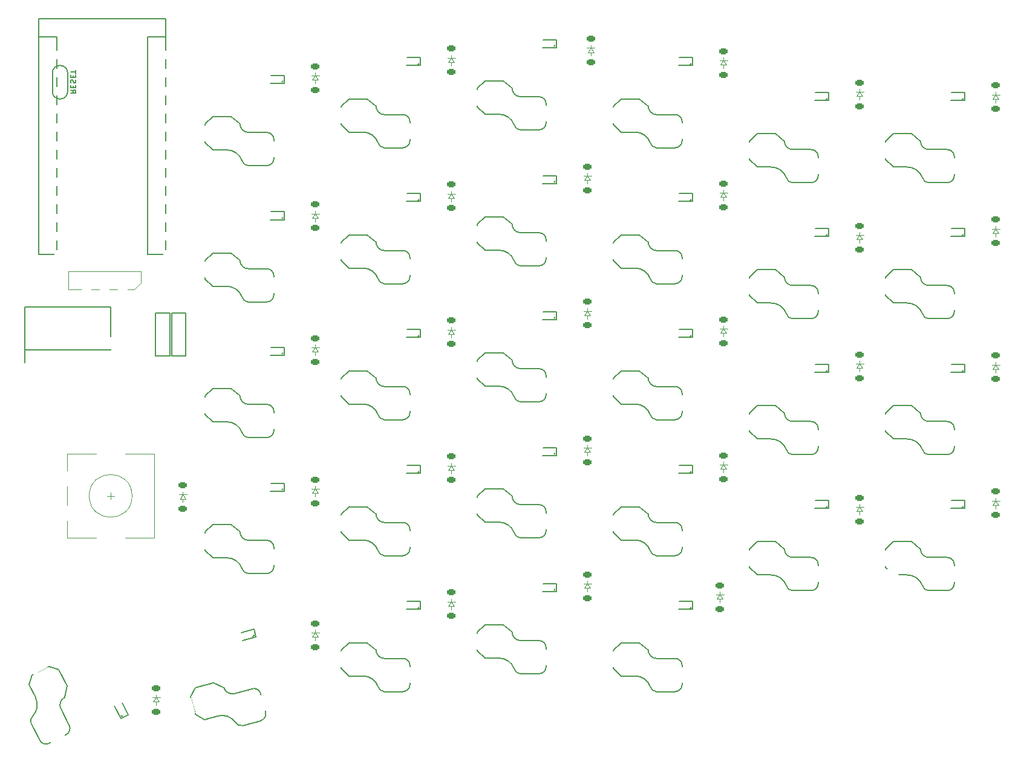
<source format=gbo>
G04 #@! TF.GenerationSoftware,KiCad,Pcbnew,(7.0.0-0)*
G04 #@! TF.CreationDate,2023-04-04T19:06:55-07:00*
G04 #@! TF.ProjectId,SofleKeyboard,536f666c-654b-4657-9962-6f6172642e6b,rev?*
G04 #@! TF.SameCoordinates,Original*
G04 #@! TF.FileFunction,Legend,Bot*
G04 #@! TF.FilePolarity,Positive*
%FSLAX46Y46*%
G04 Gerber Fmt 4.6, Leading zero omitted, Abs format (unit mm)*
G04 Created by KiCad (PCBNEW (7.0.0-0)) date 2023-04-04 19:06:55*
%MOMM*%
%LPD*%
G01*
G04 APERTURE LIST*
G04 Aperture macros list*
%AMRoundRect*
0 Rectangle with rounded corners*
0 $1 Rounding radius*
0 $2 $3 $4 $5 $6 $7 $8 $9 X,Y pos of 4 corners*
0 Add a 4 corners polygon primitive as box body*
4,1,4,$2,$3,$4,$5,$6,$7,$8,$9,$2,$3,0*
0 Add four circle primitives for the rounded corners*
1,1,$1+$1,$2,$3*
1,1,$1+$1,$4,$5*
1,1,$1+$1,$6,$7*
1,1,$1+$1,$8,$9*
0 Add four rect primitives between the rounded corners*
20,1,$1+$1,$2,$3,$4,$5,0*
20,1,$1+$1,$4,$5,$6,$7,0*
20,1,$1+$1,$6,$7,$8,$9,0*
20,1,$1+$1,$8,$9,$2,$3,0*%
%AMHorizOval*
0 Thick line with rounded ends*
0 $1 width*
0 $2 $3 position (X,Y) of the first rounded end (center of the circle)*
0 $4 $5 position (X,Y) of the second rounded end (center of the circle)*
0 Add line between two ends*
20,1,$1,$2,$3,$4,$5,0*
0 Add two circle primitives to create the rounded ends*
1,1,$1,$2,$3*
1,1,$1,$4,$5*%
%AMRotRect*
0 Rectangle, with rotation*
0 The origin of the aperture is its center*
0 $1 length*
0 $2 width*
0 $3 Rotation angle, in degrees counterclockwise*
0 Add horizontal line*
21,1,$1,$2,0,0,$3*%
%AMFreePoly0*
4,1,28,-0.850000,0.400000,-0.842219,0.514750,-0.797860,0.693119,-0.716195,0.857783,-0.601041,1.001041,-0.457783,1.116195,-0.293119,1.197860,-0.114750,1.242219,0.000000,1.250000,0.114750,1.242219,0.293119,1.197860,0.457783,1.116195,0.601041,1.001041,0.716195,0.857783,0.797860,0.693119,0.842219,0.514750,0.850000,0.400000,0.850000,-0.400000,0.842219,-0.514750,0.797860,-0.693119,
0.716195,-0.857783,0.601041,-1.001041,0.457783,-1.116195,0.293119,-1.197860,0.114750,-1.242219,0.000000,-1.250000,-0.850000,-0.400000,-0.850000,0.400000,-0.850000,0.400000,$1*%
%AMFreePoly1*
4,1,28,-0.850000,0.400000,0.000000,1.250000,0.114750,1.242219,0.293119,1.197860,0.457783,1.116195,0.601041,1.001041,0.716195,0.857783,0.797860,0.693119,0.842219,0.514750,0.850000,0.400000,0.850000,-0.400000,0.842219,-0.514750,0.797860,-0.693119,0.716195,-0.857783,0.601041,-1.001041,0.457783,-1.116195,0.293119,-1.197860,0.114750,-1.242219,0.000000,-1.250000,-0.114750,-1.242219,
-0.293119,-1.197860,-0.457783,-1.116195,-0.601041,-1.001041,-0.716195,-0.857783,-0.797860,-0.693119,-0.842219,-0.514750,-0.850000,-0.400000,-0.850000,0.400000,-0.850000,0.400000,$1*%
%AMFreePoly2*
4,1,18,-0.744993,0.000000,-0.324890,0.420103,0.534941,0.420103,0.615324,0.404114,0.683470,0.358580,0.729004,0.290434,0.744993,0.210051,0.744993,-0.210051,0.729004,-0.290434,0.683470,-0.358580,0.615324,-0.404114,0.534941,-0.420103,-0.534941,-0.420103,-0.615324,-0.404114,-0.683470,-0.358580,-0.729004,-0.290434,-0.744993,-0.210051,-0.744993,0.000000,-0.744993,0.000000,$1*%
%AMFreePoly3*
4,1,13,-0.909987,0.210051,-0.893998,0.290434,-0.848464,0.358580,-0.780318,0.404114,-0.699935,0.420103,0.909987,0.420103,0.909987,-0.420103,-0.699935,-0.420103,-0.780318,-0.404114,-0.848464,-0.358580,-0.893998,-0.290434,-0.909987,-0.210051,-0.909987,0.210051,-0.909987,0.210051,$1*%
%AMFreePoly4*
4,1,13,-0.909987,0.212526,-0.893809,0.293856,-0.847740,0.362805,-0.778791,0.408874,-0.697461,0.425052,0.909987,0.425052,0.909987,-0.425052,-0.697461,-0.425052,-0.778791,-0.408874,-0.847740,-0.362805,-0.893809,-0.293856,-0.909987,-0.212526,-0.909987,0.212526,-0.909987,0.212526,$1*%
%AMFreePoly5*
4,1,18,-1.000000,0.860000,-0.981731,0.951844,-0.929706,1.029706,-0.851844,1.081731,-0.760000,1.100000,0.760000,1.100000,0.851844,1.081731,0.929706,1.029706,0.981731,0.951844,1.000000,0.860000,1.000000,-0.860000,0.981731,-0.951844,0.929706,-1.029706,0.851844,-1.081731,0.760000,-1.100000,-0.300000,-1.100000,-1.000000,-0.400000,-1.000000,0.860000,-1.000000,0.860000,$1*%
%AMFreePoly6*
4,1,13,-1.000000,1.100000,0.760000,1.100000,0.851844,1.081731,0.929706,1.029706,0.981731,0.951844,1.000000,0.860000,1.000000,-0.860000,0.981731,-0.951844,0.929706,-1.029706,0.851844,-1.081731,0.760000,-1.100000,-1.000000,-1.100000,-1.000000,1.100000,-1.000000,1.100000,$1*%
G04 Aperture macros list end*
%ADD10C,0.150000*%
%ADD11C,0.100000*%
%ADD12C,0.120000*%
%ADD13C,1.524000*%
%ADD14C,1.397000*%
%ADD15C,1.200000*%
%ADD16FreePoly0,90.000000*%
%ADD17O,2.500000X1.700000*%
%ADD18FreePoly1,90.000000*%
%ADD19C,4.700000*%
%ADD20R,1.400000X1.400000*%
%ADD21RoundRect,0.225000X-0.375000X0.225000X-0.375000X-0.225000X0.375000X-0.225000X0.375000X0.225000X0*%
%ADD22C,1.400000*%
%ADD23C,1.800000*%
%ADD24C,3.000000*%
%ADD25FreePoly2,180.000000*%
%ADD26FreePoly3,180.000000*%
%ADD27R,1.379987X0.840206*%
%ADD28C,4.900000*%
%ADD29C,1.000000*%
%ADD30FreePoly3,0.000000*%
%ADD31FreePoly4,0.000000*%
%ADD32FreePoly5,180.000000*%
%ADD33FreePoly6,180.000000*%
%ADD34FreePoly2,117.000000*%
%ADD35FreePoly3,117.000000*%
%ADD36RotRect,1.379987X0.840206X117.000000*%
%ADD37FreePoly3,297.000000*%
%ADD38FreePoly4,297.000000*%
%ADD39FreePoly5,117.000000*%
%ADD40FreePoly6,117.000000*%
%ADD41C,4.000000*%
%ADD42C,2.000000*%
%ADD43R,3.200000X2.000000*%
%ADD44FreePoly2,195.000000*%
%ADD45FreePoly3,195.000000*%
%ADD46RotRect,1.379987X0.840206X195.000000*%
%ADD47FreePoly3,15.000000*%
%ADD48FreePoly4,15.000000*%
%ADD49FreePoly5,195.000000*%
%ADD50FreePoly6,195.000000*%
%ADD51R,1.700000X1.700000*%
%ADD52O,1.700000X1.700000*%
%ADD53O,2.000000X4.000000*%
%ADD54HorizOval,3.000000X10.743351X4.102487X-10.743351X-4.102487X0*%
%ADD55HorizOval,2.000000X-0.934204X-0.356738X0.934204X0.356738X0*%
G04 APERTURE END LIST*
D10*
X94384464Y-47599285D02*
X94741607Y-47849285D01*
X94384464Y-48027856D02*
X95134464Y-48027856D01*
X95134464Y-48027856D02*
X95134464Y-47742142D01*
X95134464Y-47742142D02*
X95098750Y-47670713D01*
X95098750Y-47670713D02*
X95063035Y-47634999D01*
X95063035Y-47634999D02*
X94991607Y-47599285D01*
X94991607Y-47599285D02*
X94884464Y-47599285D01*
X94884464Y-47599285D02*
X94813035Y-47634999D01*
X94813035Y-47634999D02*
X94777321Y-47670713D01*
X94777321Y-47670713D02*
X94741607Y-47742142D01*
X94741607Y-47742142D02*
X94741607Y-48027856D01*
X94777321Y-47277856D02*
X94777321Y-47027856D01*
X94384464Y-46920713D02*
X94384464Y-47277856D01*
X94384464Y-47277856D02*
X95134464Y-47277856D01*
X95134464Y-47277856D02*
X95134464Y-46920713D01*
X94420178Y-46634999D02*
X94384464Y-46527857D01*
X94384464Y-46527857D02*
X94384464Y-46349285D01*
X94384464Y-46349285D02*
X94420178Y-46277857D01*
X94420178Y-46277857D02*
X94455892Y-46242142D01*
X94455892Y-46242142D02*
X94527321Y-46206428D01*
X94527321Y-46206428D02*
X94598750Y-46206428D01*
X94598750Y-46206428D02*
X94670178Y-46242142D01*
X94670178Y-46242142D02*
X94705892Y-46277857D01*
X94705892Y-46277857D02*
X94741607Y-46349285D01*
X94741607Y-46349285D02*
X94777321Y-46492142D01*
X94777321Y-46492142D02*
X94813035Y-46563571D01*
X94813035Y-46563571D02*
X94848750Y-46599285D01*
X94848750Y-46599285D02*
X94920178Y-46634999D01*
X94920178Y-46634999D02*
X94991607Y-46634999D01*
X94991607Y-46634999D02*
X95063035Y-46599285D01*
X95063035Y-46599285D02*
X95098750Y-46563571D01*
X95098750Y-46563571D02*
X95134464Y-46492142D01*
X95134464Y-46492142D02*
X95134464Y-46313571D01*
X95134464Y-46313571D02*
X95098750Y-46206428D01*
X94777321Y-45884999D02*
X94777321Y-45634999D01*
X94384464Y-45527856D02*
X94384464Y-45884999D01*
X94384464Y-45884999D02*
X95134464Y-45884999D01*
X95134464Y-45884999D02*
X95134464Y-45527856D01*
X95134464Y-45313571D02*
X95134464Y-44885000D01*
X94384464Y-45099285D02*
X95134464Y-45099285D01*
X106290000Y-84920000D02*
X106290000Y-78920000D01*
X108290000Y-84920000D02*
X106290000Y-84920000D01*
X106290000Y-78920000D02*
X108290000Y-78920000D01*
X108290000Y-78920000D02*
X108290000Y-84920000D01*
X108531965Y-84920000D02*
X108531965Y-78920000D01*
X110531965Y-84920000D02*
X108531965Y-84920000D01*
X108531965Y-78920000D02*
X110531965Y-78920000D01*
X110531965Y-78920000D02*
X110531965Y-84920000D01*
X88000000Y-85800000D02*
X88000000Y-79800000D01*
X88000000Y-84050000D02*
X88000000Y-78050000D01*
X100000000Y-84050000D02*
X88000000Y-84050000D01*
X88000000Y-78050000D02*
X100000000Y-78050000D01*
X100000000Y-78050000D02*
X100000000Y-84050000D01*
X89890093Y-37646000D02*
X107670093Y-37646000D01*
X89890093Y-40186000D02*
X92430093Y-40186000D01*
X89890093Y-70666000D02*
X89890093Y-37646000D01*
X89890093Y-70666000D02*
X89890093Y-40186000D01*
X91838684Y-47825000D02*
X91838684Y-45265745D01*
X92430093Y-40186000D02*
X92430093Y-70666000D01*
X92430093Y-70666000D02*
X89890093Y-70666000D01*
X93981132Y-45265745D02*
X93981132Y-47825000D01*
X105130093Y-40186000D02*
X107670093Y-40186000D01*
X105130093Y-70666000D02*
X105130093Y-40186000D01*
X107670093Y-37646000D02*
X107670093Y-70666000D01*
X107670093Y-70666000D02*
X105130093Y-70666000D01*
X93981132Y-45265745D02*
G75*
G03*
X91838684Y-45265745I-1071224J0D01*
G01*
X91838684Y-47825000D02*
G75*
G03*
X93981132Y-47825000I1071224J0D01*
G01*
D11*
X128625000Y-45225000D02*
X128625000Y-45625000D01*
X128625000Y-45625000D02*
X129175000Y-45625000D01*
X128625000Y-45625000D02*
X128075000Y-45625000D01*
X128625000Y-45625000D02*
X128225000Y-46225000D01*
X129025000Y-46225000D02*
X128625000Y-45625000D01*
X128625000Y-46225000D02*
X128625000Y-46725000D01*
X128225000Y-46225000D02*
X129025000Y-46225000D01*
X147675000Y-42725000D02*
X147675000Y-43125000D01*
X147675000Y-43125000D02*
X148225000Y-43125000D01*
X147675000Y-43125000D02*
X147125000Y-43125000D01*
X147675000Y-43125000D02*
X147275000Y-43725000D01*
X148075000Y-43725000D02*
X147675000Y-43125000D01*
X147675000Y-43725000D02*
X147675000Y-44225000D01*
X147275000Y-43725000D02*
X148075000Y-43725000D01*
X167225000Y-41350000D02*
X167225000Y-41750000D01*
X167225000Y-41750000D02*
X167775000Y-41750000D01*
X167225000Y-41750000D02*
X166675000Y-41750000D01*
X167225000Y-41750000D02*
X166825000Y-42350000D01*
X167625000Y-42350000D02*
X167225000Y-41750000D01*
X167225000Y-42350000D02*
X167225000Y-42850000D01*
X166825000Y-42350000D02*
X167625000Y-42350000D01*
X185775000Y-43100000D02*
X185775000Y-43500000D01*
X185775000Y-43500000D02*
X186325000Y-43500000D01*
X185775000Y-43500000D02*
X185225000Y-43500000D01*
X185775000Y-43500000D02*
X185375000Y-44100000D01*
X186175000Y-44100000D02*
X185775000Y-43500000D01*
X185775000Y-44100000D02*
X185775000Y-44600000D01*
X185375000Y-44100000D02*
X186175000Y-44100000D01*
X204825000Y-47500000D02*
X204825000Y-47900000D01*
X204825000Y-47900000D02*
X205375000Y-47900000D01*
X204825000Y-47900000D02*
X204275000Y-47900000D01*
X204825000Y-47900000D02*
X204425000Y-48500000D01*
X205225000Y-48500000D02*
X204825000Y-47900000D01*
X204825000Y-48500000D02*
X204825000Y-49000000D01*
X204425000Y-48500000D02*
X205225000Y-48500000D01*
X223875000Y-47875000D02*
X223875000Y-48275000D01*
X223875000Y-48275000D02*
X224425000Y-48275000D01*
X223875000Y-48275000D02*
X223325000Y-48275000D01*
X223875000Y-48275000D02*
X223475000Y-48875000D01*
X224275000Y-48875000D02*
X223875000Y-48275000D01*
X223875000Y-48875000D02*
X223875000Y-49375000D01*
X223475000Y-48875000D02*
X224275000Y-48875000D01*
X128625000Y-83325000D02*
X128625000Y-83725000D01*
X128625000Y-83725000D02*
X129175000Y-83725000D01*
X128625000Y-83725000D02*
X128075000Y-83725000D01*
X128625000Y-83725000D02*
X128225000Y-84325000D01*
X129025000Y-84325000D02*
X128625000Y-83725000D01*
X128625000Y-84325000D02*
X128625000Y-84825000D01*
X128225000Y-84325000D02*
X129025000Y-84325000D01*
X128625000Y-103125000D02*
X128625000Y-103525000D01*
X128625000Y-103525000D02*
X129175000Y-103525000D01*
X128625000Y-103525000D02*
X128075000Y-103525000D01*
X128625000Y-103525000D02*
X128225000Y-104125000D01*
X129025000Y-104125000D02*
X128625000Y-103525000D01*
X128625000Y-104125000D02*
X128625000Y-104625000D01*
X128225000Y-104125000D02*
X129025000Y-104125000D01*
X110110000Y-103920000D02*
X110110000Y-104320000D01*
X110110000Y-104320000D02*
X110660000Y-104320000D01*
X110110000Y-104320000D02*
X109560000Y-104320000D01*
X110110000Y-104320000D02*
X109710000Y-104920000D01*
X110510000Y-104920000D02*
X110110000Y-104320000D01*
X110110000Y-104920000D02*
X110110000Y-105420000D01*
X109710000Y-104920000D02*
X110510000Y-104920000D01*
X106370000Y-132350000D02*
X106370000Y-132750000D01*
X106370000Y-132750000D02*
X106920000Y-132750000D01*
X106370000Y-132750000D02*
X105820000Y-132750000D01*
X106370000Y-132750000D02*
X105970000Y-133350000D01*
X106770000Y-133350000D02*
X106370000Y-132750000D01*
X106370000Y-133350000D02*
X106370000Y-133850000D01*
X105970000Y-133350000D02*
X106770000Y-133350000D01*
D10*
X124319000Y-45570000D02*
X122425000Y-45570000D01*
X124290000Y-46700000D02*
X124290000Y-45570000D01*
X122850000Y-54575000D02*
X122850000Y-57225000D01*
X122350000Y-46700000D02*
X124274000Y-46700000D01*
X121850000Y-58225000D02*
X119250000Y-58225000D01*
X121850000Y-53575000D02*
X119275000Y-53575000D01*
X116825000Y-51375000D02*
X118100000Y-52400000D01*
X116825000Y-51375000D02*
X114275000Y-51375000D01*
X116250000Y-56025000D02*
X114275000Y-56025000D01*
X113250000Y-55000000D02*
X114275000Y-56025000D01*
X113250000Y-52400000D02*
X114275000Y-51375000D01*
X113250000Y-52400000D02*
X113250000Y-55000000D01*
X121850000Y-58225000D02*
G75*
G03*
X122850000Y-57225000I1J999999D01*
G01*
X122850000Y-54575000D02*
G75*
G03*
X121850000Y-53575000I-999999J1D01*
G01*
X118100000Y-52400000D02*
G75*
G03*
X119275000Y-53575000I1175000J0D01*
G01*
X118387798Y-57521905D02*
G75*
G03*
X119249005Y-58223790I900002J225005D01*
G01*
X118387801Y-57521904D02*
G75*
G03*
X116250000Y-56025000I-2137801J-778096D01*
G01*
G36*
X124150000Y-46559340D02*
G01*
X123800000Y-46559340D01*
X124150000Y-46214374D01*
X124150000Y-46559340D01*
G37*
X162419000Y-40570000D02*
X160525000Y-40570000D01*
X162390000Y-41700000D02*
X162390000Y-40570000D01*
X160950000Y-49575000D02*
X160950000Y-52225000D01*
X160450000Y-41700000D02*
X162374000Y-41700000D01*
X159950000Y-53225000D02*
X157350000Y-53225000D01*
X159950000Y-48575000D02*
X157375000Y-48575000D01*
X154925000Y-46375000D02*
X156200000Y-47400000D01*
X154925000Y-46375000D02*
X152375000Y-46375000D01*
X154350000Y-51025000D02*
X152375000Y-51025000D01*
X151350000Y-50000000D02*
X152375000Y-51025000D01*
X151350000Y-47400000D02*
X152375000Y-46375000D01*
X151350000Y-47400000D02*
X151350000Y-50000000D01*
X159950000Y-53225000D02*
G75*
G03*
X160950000Y-52225000I1J999999D01*
G01*
X160950000Y-49575000D02*
G75*
G03*
X159950000Y-48575000I-999999J1D01*
G01*
X156200000Y-47400000D02*
G75*
G03*
X157375000Y-48575000I1175000J0D01*
G01*
X156487798Y-52521905D02*
G75*
G03*
X157349005Y-53223790I900002J225005D01*
G01*
X156487801Y-52521904D02*
G75*
G03*
X154350000Y-51025000I-2137801J-778096D01*
G01*
G36*
X162250000Y-41559340D02*
G01*
X161900000Y-41559340D01*
X162250000Y-41214374D01*
X162250000Y-41559340D01*
G37*
X124319000Y-83670000D02*
X122425000Y-83670000D01*
X124290000Y-84800000D02*
X124290000Y-83670000D01*
X122850000Y-92675000D02*
X122850000Y-95325000D01*
X122350000Y-84800000D02*
X124274000Y-84800000D01*
X121850000Y-96325000D02*
X119250000Y-96325000D01*
X121850000Y-91675000D02*
X119275000Y-91675000D01*
X116825000Y-89475000D02*
X118100000Y-90500000D01*
X116825000Y-89475000D02*
X114275000Y-89475000D01*
X116250000Y-94125000D02*
X114275000Y-94125000D01*
X113250000Y-93100000D02*
X114275000Y-94125000D01*
X113250000Y-90500000D02*
X114275000Y-89475000D01*
X113250000Y-90500000D02*
X113250000Y-93100000D01*
X121850000Y-96325000D02*
G75*
G03*
X122850000Y-95325000I1J999999D01*
G01*
X122850000Y-92675000D02*
G75*
G03*
X121850000Y-91675000I-999999J1D01*
G01*
X118100000Y-90500000D02*
G75*
G03*
X119275000Y-91675000I1175000J0D01*
G01*
X118387798Y-95621905D02*
G75*
G03*
X119249005Y-96323790I900002J225005D01*
G01*
X118387801Y-95621904D02*
G75*
G03*
X116250000Y-94125000I-2137801J-778096D01*
G01*
G36*
X124150000Y-84659340D02*
G01*
X123800000Y-84659340D01*
X124150000Y-84314374D01*
X124150000Y-84659340D01*
G37*
X143369000Y-81170000D02*
X141475000Y-81170000D01*
X143340000Y-82300000D02*
X143340000Y-81170000D01*
X141900000Y-90175000D02*
X141900000Y-92825000D01*
X141400000Y-82300000D02*
X143324000Y-82300000D01*
X140900000Y-93825000D02*
X138300000Y-93825000D01*
X140900000Y-89175000D02*
X138325000Y-89175000D01*
X135875000Y-86975000D02*
X137150000Y-88000000D01*
X135875000Y-86975000D02*
X133325000Y-86975000D01*
X135300000Y-91625000D02*
X133325000Y-91625000D01*
X132300000Y-90600000D02*
X133325000Y-91625000D01*
X132300000Y-88000000D02*
X133325000Y-86975000D01*
X132300000Y-88000000D02*
X132300000Y-90600000D01*
X140900000Y-93825000D02*
G75*
G03*
X141900000Y-92825000I1J999999D01*
G01*
X141900000Y-90175000D02*
G75*
G03*
X140900000Y-89175000I-999999J1D01*
G01*
X137150000Y-88000000D02*
G75*
G03*
X138325000Y-89175000I1175000J0D01*
G01*
X137437798Y-93121905D02*
G75*
G03*
X138299005Y-93823790I900002J225005D01*
G01*
X137437801Y-93121904D02*
G75*
G03*
X135300000Y-91625000I-2137801J-778096D01*
G01*
G36*
X143200000Y-82159340D02*
G01*
X142850000Y-82159340D01*
X143200000Y-81814374D01*
X143200000Y-82159340D01*
G37*
X162419000Y-97720000D02*
X160525000Y-97720000D01*
X162390000Y-98850000D02*
X162390000Y-97720000D01*
X160950000Y-106725000D02*
X160950000Y-109375000D01*
X160450000Y-98850000D02*
X162374000Y-98850000D01*
X159950000Y-110375000D02*
X157350000Y-110375000D01*
X159950000Y-105725000D02*
X157375000Y-105725000D01*
X154925000Y-103525000D02*
X156200000Y-104550000D01*
X154925000Y-103525000D02*
X152375000Y-103525000D01*
X154350000Y-108175000D02*
X152375000Y-108175000D01*
X151350000Y-107150000D02*
X152375000Y-108175000D01*
X151350000Y-104550000D02*
X152375000Y-103525000D01*
X151350000Y-104550000D02*
X151350000Y-107150000D01*
X159950000Y-110375000D02*
G75*
G03*
X160950000Y-109375000I1J999999D01*
G01*
X160950000Y-106725000D02*
G75*
G03*
X159950000Y-105725000I-999999J1D01*
G01*
X156200000Y-104550000D02*
G75*
G03*
X157375000Y-105725000I1175000J0D01*
G01*
X156487798Y-109671905D02*
G75*
G03*
X157349005Y-110373790I900002J225005D01*
G01*
X156487801Y-109671904D02*
G75*
G03*
X154350000Y-108175000I-2137801J-778096D01*
G01*
G36*
X162250000Y-98709340D02*
G01*
X161900000Y-98709340D01*
X162250000Y-98364374D01*
X162250000Y-98709340D01*
G37*
X200519000Y-105120000D02*
X198625000Y-105120000D01*
X200490000Y-106250000D02*
X200490000Y-105120000D01*
X199050000Y-114125000D02*
X199050000Y-116775000D01*
X198550000Y-106250000D02*
X200474000Y-106250000D01*
X198050000Y-117775000D02*
X195450000Y-117775000D01*
X198050000Y-113125000D02*
X195475000Y-113125000D01*
X193025000Y-110925000D02*
X194300000Y-111950000D01*
X193025000Y-110925000D02*
X190475000Y-110925000D01*
X192450000Y-115575000D02*
X190475000Y-115575000D01*
X189450000Y-114550000D02*
X190475000Y-115575000D01*
X189450000Y-111950000D02*
X190475000Y-110925000D01*
X189450000Y-111950000D02*
X189450000Y-114550000D01*
X198050000Y-117775000D02*
G75*
G03*
X199050000Y-116775000I1J999999D01*
G01*
X199050000Y-114125000D02*
G75*
G03*
X198050000Y-113125000I-999999J1D01*
G01*
X194300000Y-111950000D02*
G75*
G03*
X195475000Y-113125000I1175000J0D01*
G01*
X194587798Y-117071905D02*
G75*
G03*
X195449005Y-117773790I900002J225005D01*
G01*
X194587801Y-117071904D02*
G75*
G03*
X192450000Y-115575000I-2137801J-778096D01*
G01*
G36*
X200350000Y-106109340D02*
G01*
X200000000Y-106109340D01*
X200350000Y-105764374D01*
X200350000Y-106109340D01*
G37*
X102453995Y-135187835D02*
X101594137Y-133500268D01*
X101433992Y-135675005D02*
X102440829Y-135161995D01*
X93763569Y-137967131D02*
X91402402Y-139170205D01*
X100553250Y-133946452D02*
X101426728Y-135660749D01*
X90057405Y-138733189D02*
X88877030Y-136416572D01*
X94200585Y-136622134D02*
X93031560Y-134327792D01*
X93879497Y-131146047D02*
X93545054Y-132747420D01*
X93879497Y-131146047D02*
X92721822Y-128873980D01*
X89475273Y-132744774D02*
X88578641Y-130985036D01*
X89026583Y-129606414D02*
X88578641Y-130985036D01*
X91343200Y-128426039D02*
X92721822Y-128873980D01*
X91343200Y-128426039D02*
X89026583Y-129606414D01*
X90057406Y-138733189D02*
G75*
G03*
X91402402Y-139170204I891005J453989D01*
G01*
X93763568Y-137967129D02*
G75*
G03*
X94200585Y-136622134I-453988J891005D01*
G01*
X93545054Y-132747421D02*
G75*
G03*
X93031560Y-134327792I533438J-1046932D01*
G01*
X89112061Y-135329146D02*
G75*
G03*
X88877656Y-136415137I609073J-699758D01*
G01*
X89112062Y-135329148D02*
G75*
G03*
X89475272Y-132744774I-1663829J1551546D01*
G01*
G36*
X101803129Y-135329794D02*
G01*
X101495762Y-135486406D01*
X101336866Y-135174553D01*
X101803129Y-135329794D01*
G37*
D12*
X94060386Y-73075000D02*
X94060386Y-75615000D01*
X94060386Y-75615000D02*
X103280435Y-75615000D01*
X104219615Y-73075000D02*
X94060386Y-73075000D01*
X104219615Y-74675771D02*
X103280435Y-75614951D01*
X104219615Y-74675771D02*
X104219615Y-73075000D01*
X106100000Y-110400000D02*
X106100000Y-98600000D01*
X102000000Y-110400000D02*
X106100000Y-110400000D01*
X102000000Y-98600000D02*
X106100000Y-98600000D01*
X100500000Y-104500000D02*
X99500000Y-104500000D01*
X100000000Y-105000000D02*
X100000000Y-104000000D01*
X98000000Y-110400000D02*
X93900000Y-110400000D01*
X93900000Y-110400000D02*
X93900000Y-108000000D01*
X93900000Y-105800000D02*
X93900000Y-103200000D01*
X93900000Y-101000000D02*
X93900000Y-98600000D01*
X93900000Y-98600000D02*
X98000000Y-98600000D01*
X103000000Y-104500000D02*
G75*
G03*
X103000000Y-104500000I-3000000J0D01*
G01*
D10*
X120094006Y-123145460D02*
X118264543Y-123635663D01*
X120358460Y-124244462D02*
X120065994Y-123152965D01*
X121005727Y-132223827D02*
X121691597Y-134783530D01*
X118484564Y-124746570D02*
X120343005Y-124248603D01*
X120984490Y-136008275D02*
X118473083Y-136681205D01*
X119780982Y-131516720D02*
X117293723Y-132183179D01*
X114357802Y-130692249D02*
X115854647Y-131352329D01*
X114357802Y-130692249D02*
X111894692Y-131352238D01*
X115005904Y-135332625D02*
X113098200Y-135843793D01*
X111842837Y-135119008D02*
X113098200Y-135843793D01*
X111169907Y-132607601D02*
X111894692Y-131352238D01*
X111169907Y-132607601D02*
X111842837Y-135119008D01*
X120984490Y-136008275D02*
G75*
G03*
X121691597Y-134783530I-258818J965925D01*
G01*
X121005726Y-132223827D02*
G75*
G03*
X119780982Y-131516720I-965925J-258818D01*
G01*
X115854647Y-131352329D02*
G75*
G03*
X117293723Y-132183179I1134963J304113D01*
G01*
X117458286Y-136225221D02*
G75*
G03*
X118471809Y-136680293I811099J450275D01*
G01*
X117458287Y-136225220D02*
G75*
G03*
X115005904Y-135332626I-1863570J-1304886D01*
G01*
G36*
X120186825Y-124144829D02*
G01*
X119848751Y-124235416D01*
X120097541Y-123811618D01*
X120186825Y-124144829D01*
G37*
X219569000Y-67020000D02*
X217675000Y-67020000D01*
X219540000Y-68150000D02*
X219540000Y-67020000D01*
X218100000Y-76025000D02*
X218100000Y-78675000D01*
X217600000Y-68150000D02*
X219524000Y-68150000D01*
X217100000Y-79675000D02*
X214500000Y-79675000D01*
X217100000Y-75025000D02*
X214525000Y-75025000D01*
X212075000Y-72825000D02*
X213350000Y-73850000D01*
X212075000Y-72825000D02*
X209525000Y-72825000D01*
X211500000Y-77475000D02*
X209525000Y-77475000D01*
X208500000Y-76450000D02*
X209525000Y-77475000D01*
X208500000Y-73850000D02*
X209525000Y-72825000D01*
X208500000Y-73850000D02*
X208500000Y-76450000D01*
X217100000Y-79675000D02*
G75*
G03*
X218100000Y-78675000I1J999999D01*
G01*
X218100000Y-76025000D02*
G75*
G03*
X217100000Y-75025000I-999999J1D01*
G01*
X213350000Y-73850000D02*
G75*
G03*
X214525000Y-75025000I1175000J0D01*
G01*
X213637798Y-78971905D02*
G75*
G03*
X214499005Y-79673790I900002J225005D01*
G01*
X213637801Y-78971904D02*
G75*
G03*
X211500000Y-77475000I-2137801J-778096D01*
G01*
G36*
X219400000Y-68009340D02*
G01*
X219050000Y-68009340D01*
X219400000Y-67664374D01*
X219400000Y-68009340D01*
G37*
X219569000Y-86070000D02*
X217675000Y-86070000D01*
X219540000Y-87200000D02*
X219540000Y-86070000D01*
X218100000Y-95075000D02*
X218100000Y-97725000D01*
X217600000Y-87200000D02*
X219524000Y-87200000D01*
X217100000Y-98725000D02*
X214500000Y-98725000D01*
X217100000Y-94075000D02*
X214525000Y-94075000D01*
X212075000Y-91875000D02*
X213350000Y-92900000D01*
X212075000Y-91875000D02*
X209525000Y-91875000D01*
X211500000Y-96525000D02*
X209525000Y-96525000D01*
X208500000Y-95500000D02*
X209525000Y-96525000D01*
X208500000Y-92900000D02*
X209525000Y-91875000D01*
X208500000Y-92900000D02*
X208500000Y-95500000D01*
X217100000Y-98725000D02*
G75*
G03*
X218100000Y-97725000I1J999999D01*
G01*
X218100000Y-95075000D02*
G75*
G03*
X217100000Y-94075000I-999999J1D01*
G01*
X213350000Y-92900000D02*
G75*
G03*
X214525000Y-94075000I1175000J0D01*
G01*
X213637798Y-98021905D02*
G75*
G03*
X214499005Y-98723790I900002J225005D01*
G01*
X213637801Y-98021904D02*
G75*
G03*
X211500000Y-96525000I-2137801J-778096D01*
G01*
G36*
X219400000Y-87059340D02*
G01*
X219050000Y-87059340D01*
X219400000Y-86714374D01*
X219400000Y-87059340D01*
G37*
X219569000Y-105120000D02*
X217675000Y-105120000D01*
X219540000Y-106250000D02*
X219540000Y-105120000D01*
X218100000Y-114125000D02*
X218100000Y-116775000D01*
X217600000Y-106250000D02*
X219524000Y-106250000D01*
X217100000Y-117775000D02*
X214500000Y-117775000D01*
X217100000Y-113125000D02*
X214525000Y-113125000D01*
X212075000Y-110925000D02*
X213350000Y-111950000D01*
X212075000Y-110925000D02*
X209525000Y-110925000D01*
X211500000Y-115575000D02*
X209525000Y-115575000D01*
X208500000Y-114550000D02*
X209525000Y-115575000D01*
X208500000Y-111950000D02*
X209525000Y-110925000D01*
X208500000Y-111950000D02*
X208500000Y-114550000D01*
X217100000Y-117775000D02*
G75*
G03*
X218100000Y-116775000I1J999999D01*
G01*
X218100000Y-114125000D02*
G75*
G03*
X217100000Y-113125000I-999999J1D01*
G01*
X213350000Y-111950000D02*
G75*
G03*
X214525000Y-113125000I1175000J0D01*
G01*
X213637798Y-117071905D02*
G75*
G03*
X214499005Y-117773790I900002J225005D01*
G01*
X213637801Y-117071904D02*
G75*
G03*
X211500000Y-115575000I-2137801J-778096D01*
G01*
G36*
X219400000Y-106109340D02*
G01*
X219050000Y-106109340D01*
X219400000Y-105764374D01*
X219400000Y-106109340D01*
G37*
X181469000Y-43070000D02*
X179575000Y-43070000D01*
X181440000Y-44200000D02*
X181440000Y-43070000D01*
X180000000Y-52075000D02*
X180000000Y-54725000D01*
X179500000Y-44200000D02*
X181424000Y-44200000D01*
X179000000Y-55725000D02*
X176400000Y-55725000D01*
X179000000Y-51075000D02*
X176425000Y-51075000D01*
X173975000Y-48875000D02*
X175250000Y-49900000D01*
X173975000Y-48875000D02*
X171425000Y-48875000D01*
X173400000Y-53525000D02*
X171425000Y-53525000D01*
X170400000Y-52500000D02*
X171425000Y-53525000D01*
X170400000Y-49900000D02*
X171425000Y-48875000D01*
X170400000Y-49900000D02*
X170400000Y-52500000D01*
X179000000Y-55725000D02*
G75*
G03*
X180000000Y-54725000I1J999999D01*
G01*
X180000000Y-52075000D02*
G75*
G03*
X179000000Y-51075000I-999999J1D01*
G01*
X175250000Y-49900000D02*
G75*
G03*
X176425000Y-51075000I1175000J0D01*
G01*
X175537798Y-55021905D02*
G75*
G03*
X176399005Y-55723790I900002J225005D01*
G01*
X175537801Y-55021904D02*
G75*
G03*
X173400000Y-53525000I-2137801J-778096D01*
G01*
G36*
X181300000Y-44059340D02*
G01*
X180950000Y-44059340D01*
X181300000Y-43714374D01*
X181300000Y-44059340D01*
G37*
D11*
X128625000Y-64575000D02*
X128625000Y-64975000D01*
X128625000Y-64975000D02*
X129175000Y-64975000D01*
X128625000Y-64975000D02*
X128075000Y-64975000D01*
X128625000Y-64975000D02*
X128225000Y-65575000D01*
X129025000Y-65575000D02*
X128625000Y-64975000D01*
X128625000Y-65575000D02*
X128625000Y-66075000D01*
X128225000Y-65575000D02*
X129025000Y-65575000D01*
X147675000Y-61775000D02*
X147675000Y-62175000D01*
X147675000Y-62175000D02*
X148225000Y-62175000D01*
X147675000Y-62175000D02*
X147125000Y-62175000D01*
X147675000Y-62175000D02*
X147275000Y-62775000D01*
X148075000Y-62775000D02*
X147675000Y-62175000D01*
X147675000Y-62775000D02*
X147675000Y-63275000D01*
X147275000Y-62775000D02*
X148075000Y-62775000D01*
X166725000Y-59275000D02*
X166725000Y-59675000D01*
X166725000Y-59675000D02*
X167275000Y-59675000D01*
X166725000Y-59675000D02*
X166175000Y-59675000D01*
X166725000Y-59675000D02*
X166325000Y-60275000D01*
X167125000Y-60275000D02*
X166725000Y-59675000D01*
X166725000Y-60275000D02*
X166725000Y-60775000D01*
X166325000Y-60275000D02*
X167125000Y-60275000D01*
X185775000Y-61650000D02*
X185775000Y-62050000D01*
X185775000Y-62050000D02*
X186325000Y-62050000D01*
X185775000Y-62050000D02*
X185225000Y-62050000D01*
X185775000Y-62050000D02*
X185375000Y-62650000D01*
X186175000Y-62650000D02*
X185775000Y-62050000D01*
X185775000Y-62650000D02*
X185775000Y-63150000D01*
X185375000Y-62650000D02*
X186175000Y-62650000D01*
X204825000Y-67550000D02*
X204825000Y-67950000D01*
X204825000Y-67950000D02*
X205375000Y-67950000D01*
X204825000Y-67950000D02*
X204275000Y-67950000D01*
X204825000Y-67950000D02*
X204425000Y-68550000D01*
X205225000Y-68550000D02*
X204825000Y-67950000D01*
X204825000Y-68550000D02*
X204825000Y-69050000D01*
X204425000Y-68550000D02*
X205225000Y-68550000D01*
X223875000Y-66675000D02*
X223875000Y-67075000D01*
X223875000Y-67075000D02*
X224425000Y-67075000D01*
X223875000Y-67075000D02*
X223325000Y-67075000D01*
X223875000Y-67075000D02*
X223475000Y-67675000D01*
X224275000Y-67675000D02*
X223875000Y-67075000D01*
X223875000Y-67675000D02*
X223875000Y-68175000D01*
X223475000Y-67675000D02*
X224275000Y-67675000D01*
D10*
X200519000Y-47970000D02*
X198625000Y-47970000D01*
X200490000Y-49100000D02*
X200490000Y-47970000D01*
X199050000Y-56975000D02*
X199050000Y-59625000D01*
X198550000Y-49100000D02*
X200474000Y-49100000D01*
X198050000Y-60625000D02*
X195450000Y-60625000D01*
X198050000Y-55975000D02*
X195475000Y-55975000D01*
X193025000Y-53775000D02*
X194300000Y-54800000D01*
X193025000Y-53775000D02*
X190475000Y-53775000D01*
X192450000Y-58425000D02*
X190475000Y-58425000D01*
X189450000Y-57400000D02*
X190475000Y-58425000D01*
X189450000Y-54800000D02*
X190475000Y-53775000D01*
X189450000Y-54800000D02*
X189450000Y-57400000D01*
X198050000Y-60625000D02*
G75*
G03*
X199050000Y-59625000I1J999999D01*
G01*
X199050000Y-56975000D02*
G75*
G03*
X198050000Y-55975000I-999999J1D01*
G01*
X194300000Y-54800000D02*
G75*
G03*
X195475000Y-55975000I1175000J0D01*
G01*
X194587798Y-59921905D02*
G75*
G03*
X195449005Y-60623790I900002J225005D01*
G01*
X194587801Y-59921904D02*
G75*
G03*
X192450000Y-58425000I-2137801J-778096D01*
G01*
G36*
X200350000Y-48959340D02*
G01*
X200000000Y-48959340D01*
X200350000Y-48614374D01*
X200350000Y-48959340D01*
G37*
X143369000Y-62120000D02*
X141475000Y-62120000D01*
X143340000Y-63250000D02*
X143340000Y-62120000D01*
X141900000Y-71125000D02*
X141900000Y-73775000D01*
X141400000Y-63250000D02*
X143324000Y-63250000D01*
X140900000Y-74775000D02*
X138300000Y-74775000D01*
X140900000Y-70125000D02*
X138325000Y-70125000D01*
X135875000Y-67925000D02*
X137150000Y-68950000D01*
X135875000Y-67925000D02*
X133325000Y-67925000D01*
X135300000Y-72575000D02*
X133325000Y-72575000D01*
X132300000Y-71550000D02*
X133325000Y-72575000D01*
X132300000Y-68950000D02*
X133325000Y-67925000D01*
X132300000Y-68950000D02*
X132300000Y-71550000D01*
X140900000Y-74775000D02*
G75*
G03*
X141900000Y-73775000I1J999999D01*
G01*
X141900000Y-71125000D02*
G75*
G03*
X140900000Y-70125000I-999999J1D01*
G01*
X137150000Y-68950000D02*
G75*
G03*
X138325000Y-70125000I1175000J0D01*
G01*
X137437798Y-74071905D02*
G75*
G03*
X138299005Y-74773790I900002J225005D01*
G01*
X137437801Y-74071904D02*
G75*
G03*
X135300000Y-72575000I-2137801J-778096D01*
G01*
G36*
X143200000Y-63109340D02*
G01*
X142850000Y-63109340D01*
X143200000Y-62764374D01*
X143200000Y-63109340D01*
G37*
X181469000Y-62120000D02*
X179575000Y-62120000D01*
X181440000Y-63250000D02*
X181440000Y-62120000D01*
X180000000Y-71125000D02*
X180000000Y-73775000D01*
X179500000Y-63250000D02*
X181424000Y-63250000D01*
X179000000Y-74775000D02*
X176400000Y-74775000D01*
X179000000Y-70125000D02*
X176425000Y-70125000D01*
X173975000Y-67925000D02*
X175250000Y-68950000D01*
X173975000Y-67925000D02*
X171425000Y-67925000D01*
X173400000Y-72575000D02*
X171425000Y-72575000D01*
X170400000Y-71550000D02*
X171425000Y-72575000D01*
X170400000Y-68950000D02*
X171425000Y-67925000D01*
X170400000Y-68950000D02*
X170400000Y-71550000D01*
X179000000Y-74775000D02*
G75*
G03*
X180000000Y-73775000I1J999999D01*
G01*
X180000000Y-71125000D02*
G75*
G03*
X179000000Y-70125000I-999999J1D01*
G01*
X175250000Y-68950000D02*
G75*
G03*
X176425000Y-70125000I1175000J0D01*
G01*
X175537798Y-74071905D02*
G75*
G03*
X176399005Y-74773790I900002J225005D01*
G01*
X175537801Y-74071904D02*
G75*
G03*
X173400000Y-72575000I-2137801J-778096D01*
G01*
G36*
X181300000Y-63109340D02*
G01*
X180950000Y-63109340D01*
X181300000Y-62764374D01*
X181300000Y-63109340D01*
G37*
X162419000Y-59620000D02*
X160525000Y-59620000D01*
X162390000Y-60750000D02*
X162390000Y-59620000D01*
X160950000Y-68625000D02*
X160950000Y-71275000D01*
X160450000Y-60750000D02*
X162374000Y-60750000D01*
X159950000Y-72275000D02*
X157350000Y-72275000D01*
X159950000Y-67625000D02*
X157375000Y-67625000D01*
X154925000Y-65425000D02*
X156200000Y-66450000D01*
X154925000Y-65425000D02*
X152375000Y-65425000D01*
X154350000Y-70075000D02*
X152375000Y-70075000D01*
X151350000Y-69050000D02*
X152375000Y-70075000D01*
X151350000Y-66450000D02*
X152375000Y-65425000D01*
X151350000Y-66450000D02*
X151350000Y-69050000D01*
X159950000Y-72275000D02*
G75*
G03*
X160950000Y-71275000I1J999999D01*
G01*
X160950000Y-68625000D02*
G75*
G03*
X159950000Y-67625000I-999999J1D01*
G01*
X156200000Y-66450000D02*
G75*
G03*
X157375000Y-67625000I1175000J0D01*
G01*
X156487798Y-71571905D02*
G75*
G03*
X157349005Y-72273790I900002J225005D01*
G01*
X156487801Y-71571904D02*
G75*
G03*
X154350000Y-70075000I-2137801J-778096D01*
G01*
G36*
X162250000Y-60609340D02*
G01*
X161900000Y-60609340D01*
X162250000Y-60264374D01*
X162250000Y-60609340D01*
G37*
X181469000Y-81170000D02*
X179575000Y-81170000D01*
X181440000Y-82300000D02*
X181440000Y-81170000D01*
X180000000Y-90175000D02*
X180000000Y-92825000D01*
X179500000Y-82300000D02*
X181424000Y-82300000D01*
X179000000Y-93825000D02*
X176400000Y-93825000D01*
X179000000Y-89175000D02*
X176425000Y-89175000D01*
X173975000Y-86975000D02*
X175250000Y-88000000D01*
X173975000Y-86975000D02*
X171425000Y-86975000D01*
X173400000Y-91625000D02*
X171425000Y-91625000D01*
X170400000Y-90600000D02*
X171425000Y-91625000D01*
X170400000Y-88000000D02*
X171425000Y-86975000D01*
X170400000Y-88000000D02*
X170400000Y-90600000D01*
X179000000Y-93825000D02*
G75*
G03*
X180000000Y-92825000I1J999999D01*
G01*
X180000000Y-90175000D02*
G75*
G03*
X179000000Y-89175000I-999999J1D01*
G01*
X175250000Y-88000000D02*
G75*
G03*
X176425000Y-89175000I1175000J0D01*
G01*
X175537798Y-93121905D02*
G75*
G03*
X176399005Y-93823790I900002J225005D01*
G01*
X175537801Y-93121904D02*
G75*
G03*
X173400000Y-91625000I-2137801J-778096D01*
G01*
G36*
X181300000Y-82159340D02*
G01*
X180950000Y-82159340D01*
X181300000Y-81814374D01*
X181300000Y-82159340D01*
G37*
X219569000Y-47970000D02*
X217675000Y-47970000D01*
X219540000Y-49100000D02*
X219540000Y-47970000D01*
X218100000Y-56975000D02*
X218100000Y-59625000D01*
X217600000Y-49100000D02*
X219524000Y-49100000D01*
X217100000Y-60625000D02*
X214500000Y-60625000D01*
X217100000Y-55975000D02*
X214525000Y-55975000D01*
X212075000Y-53775000D02*
X213350000Y-54800000D01*
X212075000Y-53775000D02*
X209525000Y-53775000D01*
X211500000Y-58425000D02*
X209525000Y-58425000D01*
X208500000Y-57400000D02*
X209525000Y-58425000D01*
X208500000Y-54800000D02*
X209525000Y-53775000D01*
X208500000Y-54800000D02*
X208500000Y-57400000D01*
X217100000Y-60625000D02*
G75*
G03*
X218100000Y-59625000I1J999999D01*
G01*
X218100000Y-56975000D02*
G75*
G03*
X217100000Y-55975000I-999999J1D01*
G01*
X213350000Y-54800000D02*
G75*
G03*
X214525000Y-55975000I1175000J0D01*
G01*
X213637798Y-59921905D02*
G75*
G03*
X214499005Y-60623790I900002J225005D01*
G01*
X213637801Y-59921904D02*
G75*
G03*
X211500000Y-58425000I-2137801J-778096D01*
G01*
G36*
X219400000Y-48959340D02*
G01*
X219050000Y-48959340D01*
X219400000Y-48614374D01*
X219400000Y-48959340D01*
G37*
X124319000Y-64670000D02*
X122425000Y-64670000D01*
X124290000Y-65800000D02*
X124290000Y-64670000D01*
X122850000Y-73675000D02*
X122850000Y-76325000D01*
X122350000Y-65800000D02*
X124274000Y-65800000D01*
X121850000Y-77325000D02*
X119250000Y-77325000D01*
X121850000Y-72675000D02*
X119275000Y-72675000D01*
X116825000Y-70475000D02*
X118100000Y-71500000D01*
X116825000Y-70475000D02*
X114275000Y-70475000D01*
X116250000Y-75125000D02*
X114275000Y-75125000D01*
X113250000Y-74100000D02*
X114275000Y-75125000D01*
X113250000Y-71500000D02*
X114275000Y-70475000D01*
X113250000Y-71500000D02*
X113250000Y-74100000D01*
X121850000Y-77325000D02*
G75*
G03*
X122850000Y-76325000I1J999999D01*
G01*
X122850000Y-73675000D02*
G75*
G03*
X121850000Y-72675000I-999999J1D01*
G01*
X118100000Y-71500000D02*
G75*
G03*
X119275000Y-72675000I1175000J0D01*
G01*
X118387798Y-76621905D02*
G75*
G03*
X119249005Y-77323790I900002J225005D01*
G01*
X118387801Y-76621904D02*
G75*
G03*
X116250000Y-75125000I-2137801J-778096D01*
G01*
G36*
X124150000Y-65659340D02*
G01*
X123800000Y-65659340D01*
X124150000Y-65314374D01*
X124150000Y-65659340D01*
G37*
X181469000Y-119270000D02*
X179575000Y-119270000D01*
X181440000Y-120400000D02*
X181440000Y-119270000D01*
X180000000Y-128275000D02*
X180000000Y-130925000D01*
X179500000Y-120400000D02*
X181424000Y-120400000D01*
X179000000Y-131925000D02*
X176400000Y-131925000D01*
X179000000Y-127275000D02*
X176425000Y-127275000D01*
X173975000Y-125075000D02*
X175250000Y-126100000D01*
X173975000Y-125075000D02*
X171425000Y-125075000D01*
X173400000Y-129725000D02*
X171425000Y-129725000D01*
X170400000Y-128700000D02*
X171425000Y-129725000D01*
X170400000Y-126100000D02*
X171425000Y-125075000D01*
X170400000Y-126100000D02*
X170400000Y-128700000D01*
X179000000Y-131925000D02*
G75*
G03*
X180000000Y-130925000I1J999999D01*
G01*
X180000000Y-128275000D02*
G75*
G03*
X179000000Y-127275000I-999999J1D01*
G01*
X175250000Y-126100000D02*
G75*
G03*
X176425000Y-127275000I1175000J0D01*
G01*
X175537798Y-131221905D02*
G75*
G03*
X176399005Y-131923790I900002J225005D01*
G01*
X175537801Y-131221904D02*
G75*
G03*
X173400000Y-129725000I-2137801J-778096D01*
G01*
G36*
X181300000Y-120259340D02*
G01*
X180950000Y-120259340D01*
X181300000Y-119914374D01*
X181300000Y-120259340D01*
G37*
X200519000Y-67020000D02*
X198625000Y-67020000D01*
X200490000Y-68150000D02*
X200490000Y-67020000D01*
X199050000Y-76025000D02*
X199050000Y-78675000D01*
X198550000Y-68150000D02*
X200474000Y-68150000D01*
X198050000Y-79675000D02*
X195450000Y-79675000D01*
X198050000Y-75025000D02*
X195475000Y-75025000D01*
X193025000Y-72825000D02*
X194300000Y-73850000D01*
X193025000Y-72825000D02*
X190475000Y-72825000D01*
X192450000Y-77475000D02*
X190475000Y-77475000D01*
X189450000Y-76450000D02*
X190475000Y-77475000D01*
X189450000Y-73850000D02*
X190475000Y-72825000D01*
X189450000Y-73850000D02*
X189450000Y-76450000D01*
X198050000Y-79675000D02*
G75*
G03*
X199050000Y-78675000I1J999999D01*
G01*
X199050000Y-76025000D02*
G75*
G03*
X198050000Y-75025000I-999999J1D01*
G01*
X194300000Y-73850000D02*
G75*
G03*
X195475000Y-75025000I1175000J0D01*
G01*
X194587798Y-78971905D02*
G75*
G03*
X195449005Y-79673790I900002J225005D01*
G01*
X194587801Y-78971904D02*
G75*
G03*
X192450000Y-77475000I-2137801J-778096D01*
G01*
G36*
X200350000Y-68009340D02*
G01*
X200000000Y-68009340D01*
X200350000Y-67664374D01*
X200350000Y-68009340D01*
G37*
X181469000Y-100220000D02*
X179575000Y-100220000D01*
X181440000Y-101350000D02*
X181440000Y-100220000D01*
X180000000Y-109225000D02*
X180000000Y-111875000D01*
X179500000Y-101350000D02*
X181424000Y-101350000D01*
X179000000Y-112875000D02*
X176400000Y-112875000D01*
X179000000Y-108225000D02*
X176425000Y-108225000D01*
X173975000Y-106025000D02*
X175250000Y-107050000D01*
X173975000Y-106025000D02*
X171425000Y-106025000D01*
X173400000Y-110675000D02*
X171425000Y-110675000D01*
X170400000Y-109650000D02*
X171425000Y-110675000D01*
X170400000Y-107050000D02*
X171425000Y-106025000D01*
X170400000Y-107050000D02*
X170400000Y-109650000D01*
X179000000Y-112875000D02*
G75*
G03*
X180000000Y-111875000I1J999999D01*
G01*
X180000000Y-109225000D02*
G75*
G03*
X179000000Y-108225000I-999999J1D01*
G01*
X175250000Y-107050000D02*
G75*
G03*
X176425000Y-108225000I1175000J0D01*
G01*
X175537798Y-112171905D02*
G75*
G03*
X176399005Y-112873790I900002J225005D01*
G01*
X175537801Y-112171904D02*
G75*
G03*
X173400000Y-110675000I-2137801J-778096D01*
G01*
G36*
X181300000Y-101209340D02*
G01*
X180950000Y-101209340D01*
X181300000Y-100864374D01*
X181300000Y-101209340D01*
G37*
X200519000Y-86070000D02*
X198625000Y-86070000D01*
X200490000Y-87200000D02*
X200490000Y-86070000D01*
X199050000Y-95075000D02*
X199050000Y-97725000D01*
X198550000Y-87200000D02*
X200474000Y-87200000D01*
X198050000Y-98725000D02*
X195450000Y-98725000D01*
X198050000Y-94075000D02*
X195475000Y-94075000D01*
X193025000Y-91875000D02*
X194300000Y-92900000D01*
X193025000Y-91875000D02*
X190475000Y-91875000D01*
X192450000Y-96525000D02*
X190475000Y-96525000D01*
X189450000Y-95500000D02*
X190475000Y-96525000D01*
X189450000Y-92900000D02*
X190475000Y-91875000D01*
X189450000Y-92900000D02*
X189450000Y-95500000D01*
X198050000Y-98725000D02*
G75*
G03*
X199050000Y-97725000I1J999999D01*
G01*
X199050000Y-95075000D02*
G75*
G03*
X198050000Y-94075000I-999999J1D01*
G01*
X194300000Y-92900000D02*
G75*
G03*
X195475000Y-94075000I1175000J0D01*
G01*
X194587798Y-98021905D02*
G75*
G03*
X195449005Y-98723790I900002J225005D01*
G01*
X194587801Y-98021904D02*
G75*
G03*
X192450000Y-96525000I-2137801J-778096D01*
G01*
G36*
X200350000Y-87059340D02*
G01*
X200000000Y-87059340D01*
X200350000Y-86714374D01*
X200350000Y-87059340D01*
G37*
X162419000Y-116770000D02*
X160525000Y-116770000D01*
X162390000Y-117900000D02*
X162390000Y-116770000D01*
X160950000Y-125775000D02*
X160950000Y-128425000D01*
X160450000Y-117900000D02*
X162374000Y-117900000D01*
X159950000Y-129425000D02*
X157350000Y-129425000D01*
X159950000Y-124775000D02*
X157375000Y-124775000D01*
X154925000Y-122575000D02*
X156200000Y-123600000D01*
X154925000Y-122575000D02*
X152375000Y-122575000D01*
X154350000Y-127225000D02*
X152375000Y-127225000D01*
X151350000Y-126200000D02*
X152375000Y-127225000D01*
X151350000Y-123600000D02*
X152375000Y-122575000D01*
X151350000Y-123600000D02*
X151350000Y-126200000D01*
X159950000Y-129425000D02*
G75*
G03*
X160950000Y-128425000I1J999999D01*
G01*
X160950000Y-125775000D02*
G75*
G03*
X159950000Y-124775000I-999999J1D01*
G01*
X156200000Y-123600000D02*
G75*
G03*
X157375000Y-124775000I1175000J0D01*
G01*
X156487798Y-128721905D02*
G75*
G03*
X157349005Y-129423790I900002J225005D01*
G01*
X156487801Y-128721904D02*
G75*
G03*
X154350000Y-127225000I-2137801J-778096D01*
G01*
G36*
X162250000Y-117759340D02*
G01*
X161900000Y-117759340D01*
X162250000Y-117414374D01*
X162250000Y-117759340D01*
G37*
X162419000Y-78670000D02*
X160525000Y-78670000D01*
X162390000Y-79800000D02*
X162390000Y-78670000D01*
X160950000Y-87675000D02*
X160950000Y-90325000D01*
X160450000Y-79800000D02*
X162374000Y-79800000D01*
X159950000Y-91325000D02*
X157350000Y-91325000D01*
X159950000Y-86675000D02*
X157375000Y-86675000D01*
X154925000Y-84475000D02*
X156200000Y-85500000D01*
X154925000Y-84475000D02*
X152375000Y-84475000D01*
X154350000Y-89125000D02*
X152375000Y-89125000D01*
X151350000Y-88100000D02*
X152375000Y-89125000D01*
X151350000Y-85500000D02*
X152375000Y-84475000D01*
X151350000Y-85500000D02*
X151350000Y-88100000D01*
X159950000Y-91325000D02*
G75*
G03*
X160950000Y-90325000I1J999999D01*
G01*
X160950000Y-87675000D02*
G75*
G03*
X159950000Y-86675000I-999999J1D01*
G01*
X156200000Y-85500000D02*
G75*
G03*
X157375000Y-86675000I1175000J0D01*
G01*
X156487798Y-90621905D02*
G75*
G03*
X157349005Y-91323790I900002J225005D01*
G01*
X156487801Y-90621904D02*
G75*
G03*
X154350000Y-89125000I-2137801J-778096D01*
G01*
G36*
X162250000Y-79659340D02*
G01*
X161900000Y-79659340D01*
X162250000Y-79314374D01*
X162250000Y-79659340D01*
G37*
X143369000Y-43070000D02*
X141475000Y-43070000D01*
X143340000Y-44200000D02*
X143340000Y-43070000D01*
X141900000Y-52075000D02*
X141900000Y-54725000D01*
X141400000Y-44200000D02*
X143324000Y-44200000D01*
X140900000Y-55725000D02*
X138300000Y-55725000D01*
X140900000Y-51075000D02*
X138325000Y-51075000D01*
X135875000Y-48875000D02*
X137150000Y-49900000D01*
X135875000Y-48875000D02*
X133325000Y-48875000D01*
X135300000Y-53525000D02*
X133325000Y-53525000D01*
X132300000Y-52500000D02*
X133325000Y-53525000D01*
X132300000Y-49900000D02*
X133325000Y-48875000D01*
X132300000Y-49900000D02*
X132300000Y-52500000D01*
X140900000Y-55725000D02*
G75*
G03*
X141900000Y-54725000I1J999999D01*
G01*
X141900000Y-52075000D02*
G75*
G03*
X140900000Y-51075000I-999999J1D01*
G01*
X137150000Y-49900000D02*
G75*
G03*
X138325000Y-51075000I1175000J0D01*
G01*
X137437798Y-55021905D02*
G75*
G03*
X138299005Y-55723790I900002J225005D01*
G01*
X137437801Y-55021904D02*
G75*
G03*
X135300000Y-53525000I-2137801J-778096D01*
G01*
G36*
X143200000Y-44059340D02*
G01*
X142850000Y-44059340D01*
X143200000Y-43714374D01*
X143200000Y-44059340D01*
G37*
D11*
X128640000Y-123260000D02*
X128640000Y-123660000D01*
X128640000Y-123660000D02*
X129190000Y-123660000D01*
X128640000Y-123660000D02*
X128090000Y-123660000D01*
X128640000Y-123660000D02*
X128240000Y-124260000D01*
X129040000Y-124260000D02*
X128640000Y-123660000D01*
X128640000Y-124260000D02*
X128640000Y-124760000D01*
X128240000Y-124260000D02*
X129040000Y-124260000D01*
D10*
X143369000Y-100220000D02*
X141475000Y-100220000D01*
X143340000Y-101350000D02*
X143340000Y-100220000D01*
X141900000Y-109225000D02*
X141900000Y-111875000D01*
X141400000Y-101350000D02*
X143324000Y-101350000D01*
X140900000Y-112875000D02*
X138300000Y-112875000D01*
X140900000Y-108225000D02*
X138325000Y-108225000D01*
X135875000Y-106025000D02*
X137150000Y-107050000D01*
X135875000Y-106025000D02*
X133325000Y-106025000D01*
X135300000Y-110675000D02*
X133325000Y-110675000D01*
X132300000Y-109650000D02*
X133325000Y-110675000D01*
X132300000Y-107050000D02*
X133325000Y-106025000D01*
X132300000Y-107050000D02*
X132300000Y-109650000D01*
X140900000Y-112875000D02*
G75*
G03*
X141900000Y-111875000I1J999999D01*
G01*
X141900000Y-109225000D02*
G75*
G03*
X140900000Y-108225000I-999999J1D01*
G01*
X137150000Y-107050000D02*
G75*
G03*
X138325000Y-108225000I1175000J0D01*
G01*
X137437798Y-112171905D02*
G75*
G03*
X138299005Y-112873790I900002J225005D01*
G01*
X137437801Y-112171904D02*
G75*
G03*
X135300000Y-110675000I-2137801J-778096D01*
G01*
G36*
X143200000Y-101209340D02*
G01*
X142850000Y-101209340D01*
X143200000Y-100864374D01*
X143200000Y-101209340D01*
G37*
D11*
X166725000Y-78200000D02*
X166725000Y-78600000D01*
X166725000Y-78600000D02*
X167275000Y-78600000D01*
X166725000Y-78600000D02*
X166175000Y-78600000D01*
X166725000Y-78600000D02*
X166325000Y-79200000D01*
X167125000Y-79200000D02*
X166725000Y-78600000D01*
X166725000Y-79200000D02*
X166725000Y-79700000D01*
X166325000Y-79200000D02*
X167125000Y-79200000D01*
X204825000Y-85600000D02*
X204825000Y-86000000D01*
X204825000Y-86000000D02*
X205375000Y-86000000D01*
X204825000Y-86000000D02*
X204275000Y-86000000D01*
X204825000Y-86000000D02*
X204425000Y-86600000D01*
X205225000Y-86600000D02*
X204825000Y-86000000D01*
X204825000Y-86600000D02*
X204825000Y-87100000D01*
X204425000Y-86600000D02*
X205225000Y-86600000D01*
X223875000Y-85725000D02*
X223875000Y-86125000D01*
X223875000Y-86125000D02*
X224425000Y-86125000D01*
X223875000Y-86125000D02*
X223325000Y-86125000D01*
X223875000Y-86125000D02*
X223475000Y-86725000D01*
X224275000Y-86725000D02*
X223875000Y-86125000D01*
X223875000Y-86725000D02*
X223875000Y-87225000D01*
X223475000Y-86725000D02*
X224275000Y-86725000D01*
X147675000Y-118925000D02*
X147675000Y-119325000D01*
X147675000Y-119325000D02*
X148225000Y-119325000D01*
X147675000Y-119325000D02*
X147125000Y-119325000D01*
X147675000Y-119325000D02*
X147275000Y-119925000D01*
X148075000Y-119925000D02*
X147675000Y-119325000D01*
X147675000Y-119925000D02*
X147675000Y-120425000D01*
X147275000Y-119925000D02*
X148075000Y-119925000D01*
X166725000Y-116425000D02*
X166725000Y-116825000D01*
X166725000Y-116825000D02*
X167275000Y-116825000D01*
X166725000Y-116825000D02*
X166175000Y-116825000D01*
X166725000Y-116825000D02*
X166325000Y-117425000D01*
X167125000Y-117425000D02*
X166725000Y-116825000D01*
X166725000Y-117425000D02*
X166725000Y-117925000D01*
X166325000Y-117425000D02*
X167125000Y-117425000D01*
X223875000Y-104775000D02*
X223875000Y-105175000D01*
X223875000Y-105175000D02*
X224425000Y-105175000D01*
X223875000Y-105175000D02*
X223325000Y-105175000D01*
X223875000Y-105175000D02*
X223475000Y-105775000D01*
X224275000Y-105775000D02*
X223875000Y-105175000D01*
X223875000Y-105775000D02*
X223875000Y-106275000D01*
X223475000Y-105775000D02*
X224275000Y-105775000D01*
X147675000Y-99875000D02*
X147675000Y-100275000D01*
X147675000Y-100275000D02*
X148225000Y-100275000D01*
X147675000Y-100275000D02*
X147125000Y-100275000D01*
X147675000Y-100275000D02*
X147275000Y-100875000D01*
X148075000Y-100875000D02*
X147675000Y-100275000D01*
X147675000Y-100875000D02*
X147675000Y-101375000D01*
X147275000Y-100875000D02*
X148075000Y-100875000D01*
X166725000Y-97375000D02*
X166725000Y-97775000D01*
X166725000Y-97775000D02*
X167275000Y-97775000D01*
X166725000Y-97775000D02*
X166175000Y-97775000D01*
X166725000Y-97775000D02*
X166325000Y-98375000D01*
X167125000Y-98375000D02*
X166725000Y-97775000D01*
X166725000Y-98375000D02*
X166725000Y-98875000D01*
X166325000Y-98375000D02*
X167125000Y-98375000D01*
X185775000Y-99750000D02*
X185775000Y-100150000D01*
X185775000Y-100150000D02*
X186325000Y-100150000D01*
X185775000Y-100150000D02*
X185225000Y-100150000D01*
X185775000Y-100150000D02*
X185375000Y-100750000D01*
X186175000Y-100750000D02*
X185775000Y-100150000D01*
X185775000Y-100750000D02*
X185775000Y-101250000D01*
X185375000Y-100750000D02*
X186175000Y-100750000D01*
X204825000Y-105650000D02*
X204825000Y-106050000D01*
X204825000Y-106050000D02*
X205375000Y-106050000D01*
X204825000Y-106050000D02*
X204275000Y-106050000D01*
X204825000Y-106050000D02*
X204425000Y-106650000D01*
X205225000Y-106650000D02*
X204825000Y-106050000D01*
X204825000Y-106650000D02*
X204825000Y-107150000D01*
X204425000Y-106650000D02*
X205225000Y-106650000D01*
X147675000Y-80825000D02*
X147675000Y-81225000D01*
X147675000Y-81225000D02*
X148225000Y-81225000D01*
X147675000Y-81225000D02*
X147125000Y-81225000D01*
X147675000Y-81225000D02*
X147275000Y-81825000D01*
X148075000Y-81825000D02*
X147675000Y-81225000D01*
X147675000Y-81825000D02*
X147675000Y-82325000D01*
X147275000Y-81825000D02*
X148075000Y-81825000D01*
X185275000Y-117925000D02*
X185275000Y-118325000D01*
X185275000Y-118325000D02*
X185825000Y-118325000D01*
X185275000Y-118325000D02*
X184725000Y-118325000D01*
X185275000Y-118325000D02*
X184875000Y-118925000D01*
X185675000Y-118925000D02*
X185275000Y-118325000D01*
X185275000Y-118925000D02*
X185275000Y-119425000D01*
X184875000Y-118925000D02*
X185675000Y-118925000D01*
D10*
X143369000Y-119270000D02*
X141475000Y-119270000D01*
X143340000Y-120400000D02*
X143340000Y-119270000D01*
X141900000Y-128275000D02*
X141900000Y-130925000D01*
X141400000Y-120400000D02*
X143324000Y-120400000D01*
X140900000Y-131925000D02*
X138300000Y-131925000D01*
X140900000Y-127275000D02*
X138325000Y-127275000D01*
X135875000Y-125075000D02*
X137150000Y-126100000D01*
X135875000Y-125075000D02*
X133325000Y-125075000D01*
X135300000Y-129725000D02*
X133325000Y-129725000D01*
X132300000Y-128700000D02*
X133325000Y-129725000D01*
X132300000Y-126100000D02*
X133325000Y-125075000D01*
X132300000Y-126100000D02*
X132300000Y-128700000D01*
X140900000Y-131925000D02*
G75*
G03*
X141900000Y-130925000I1J999999D01*
G01*
X141900000Y-128275000D02*
G75*
G03*
X140900000Y-127275000I-999999J1D01*
G01*
X137150000Y-126100000D02*
G75*
G03*
X138325000Y-127275000I1175000J0D01*
G01*
X137437798Y-131221905D02*
G75*
G03*
X138299005Y-131923790I900002J225005D01*
G01*
X137437801Y-131221904D02*
G75*
G03*
X135300000Y-129725000I-2137801J-778096D01*
G01*
G36*
X143200000Y-120259340D02*
G01*
X142850000Y-120259340D01*
X143200000Y-119914374D01*
X143200000Y-120259340D01*
G37*
D11*
X185775000Y-80700000D02*
X185775000Y-81100000D01*
X185775000Y-81100000D02*
X186325000Y-81100000D01*
X185775000Y-81100000D02*
X185225000Y-81100000D01*
X185775000Y-81100000D02*
X185375000Y-81700000D01*
X186175000Y-81700000D02*
X185775000Y-81100000D01*
X185775000Y-81700000D02*
X185775000Y-82200000D01*
X185375000Y-81700000D02*
X186175000Y-81700000D01*
D10*
X124319000Y-102720000D02*
X122425000Y-102720000D01*
X124290000Y-103850000D02*
X124290000Y-102720000D01*
X122850000Y-111725000D02*
X122850000Y-114375000D01*
X122350000Y-103850000D02*
X124274000Y-103850000D01*
X121850000Y-115375000D02*
X119250000Y-115375000D01*
X121850000Y-110725000D02*
X119275000Y-110725000D01*
X116825000Y-108525000D02*
X118100000Y-109550000D01*
X116825000Y-108525000D02*
X114275000Y-108525000D01*
X116250000Y-113175000D02*
X114275000Y-113175000D01*
X113250000Y-112150000D02*
X114275000Y-113175000D01*
X113250000Y-109550000D02*
X114275000Y-108525000D01*
X113250000Y-109550000D02*
X113250000Y-112150000D01*
X121850000Y-115375000D02*
G75*
G03*
X122850000Y-114375000I1J999999D01*
G01*
X122850000Y-111725000D02*
G75*
G03*
X121850000Y-110725000I-999999J1D01*
G01*
X118100000Y-109550000D02*
G75*
G03*
X119275000Y-110725000I1175000J0D01*
G01*
X118387798Y-114671905D02*
G75*
G03*
X119249005Y-115373790I900002J225005D01*
G01*
X118387801Y-114671904D02*
G75*
G03*
X116250000Y-113175000I-2137801J-778096D01*
G01*
G36*
X124150000Y-103709340D02*
G01*
X123800000Y-103709340D01*
X124150000Y-103364374D01*
X124150000Y-103709340D01*
G37*
D13*
X108149908Y-42725745D03*
X108149908Y-45265745D03*
X108149908Y-47805745D03*
X108149908Y-50345745D03*
X108149908Y-52885745D03*
X108149908Y-55425745D03*
X108149908Y-57965745D03*
X108149908Y-60505745D03*
X108149908Y-63045745D03*
X108149908Y-65585745D03*
X108149908Y-68125745D03*
X108149908Y-70665745D03*
X92909908Y-70665745D03*
X92909908Y-68125745D03*
X92909908Y-65585745D03*
X92909908Y-63045745D03*
X92909908Y-60505745D03*
X92909908Y-57965745D03*
X92909908Y-55425745D03*
X92909908Y-52885745D03*
X92909908Y-50345745D03*
X92909908Y-47805745D03*
X92909908Y-45265745D03*
X92909908Y-42725745D03*
%LPC*%
D14*
X107290000Y-85960000D03*
X107290000Y-77880000D03*
X109531965Y-85960000D03*
X109531965Y-77880000D03*
D15*
X89500000Y-82800000D03*
X96500000Y-82800000D03*
X89500000Y-81050000D03*
X96500000Y-81050000D03*
D16*
X98299999Y-78949999D03*
D17*
X94299999Y-78949999D03*
X91299999Y-78949999D03*
D18*
X99799999Y-83149999D03*
D19*
X103520000Y-119790000D03*
D13*
X108149908Y-42725745D03*
X108149908Y-45265745D03*
X108149908Y-47805745D03*
X108149908Y-50345745D03*
X108149908Y-52885745D03*
X108149908Y-55425745D03*
X108149908Y-57965745D03*
X108149908Y-60505745D03*
X108149908Y-63045745D03*
X108149908Y-65585745D03*
X108149908Y-68125745D03*
X108149908Y-70665745D03*
X92909908Y-70665745D03*
X92909908Y-68125745D03*
X92909908Y-65585745D03*
X92909908Y-63045745D03*
X92909908Y-60505745D03*
X92909908Y-57965745D03*
X92909908Y-55425745D03*
X92909908Y-52885745D03*
X92909908Y-50345745D03*
X92909908Y-47805745D03*
X92909908Y-45265745D03*
X92909908Y-42725745D03*
D20*
X128624999Y-41974999D03*
D21*
X128625000Y-44325000D03*
X128625000Y-47625000D03*
D22*
X128625000Y-49975000D03*
D20*
X147674999Y-39474999D03*
D21*
X147675000Y-41825000D03*
X147675000Y-45125000D03*
D22*
X147675000Y-47475000D03*
D20*
X167224999Y-38099999D03*
D21*
X167225000Y-40450000D03*
X167225000Y-43750000D03*
D22*
X167225000Y-46100000D03*
D20*
X185774999Y-39849999D03*
D21*
X185775000Y-42200000D03*
X185775000Y-45500000D03*
D22*
X185775000Y-47850000D03*
D20*
X204824999Y-44249999D03*
D21*
X204825000Y-46600000D03*
X204825000Y-49900000D03*
D22*
X204825000Y-52250000D03*
D20*
X223874999Y-44624999D03*
D21*
X223875000Y-46975000D03*
X223875000Y-50275000D03*
D22*
X223875000Y-52625000D03*
D20*
X128624999Y-80074999D03*
D21*
X128625000Y-82425000D03*
X128625000Y-85725000D03*
D22*
X128625000Y-88075000D03*
D20*
X128624999Y-99874999D03*
D21*
X128625000Y-102225000D03*
X128625000Y-105525000D03*
D22*
X128625000Y-107875000D03*
D20*
X110109999Y-100669999D03*
D21*
X110110000Y-103020000D03*
X110110000Y-106320000D03*
D22*
X110110000Y-108670000D03*
D20*
X106369999Y-129099999D03*
D21*
X106370000Y-131450000D03*
X106370000Y-134750000D03*
D22*
X106370000Y-137100000D03*
D23*
X126050000Y-50000000D03*
D24*
X125550000Y-53700000D03*
D25*
X123404992Y-46139999D03*
D26*
X123239999Y-44389999D03*
D27*
X123020005Y-46139999D03*
D24*
X120550000Y-55900000D03*
D28*
X120550000Y-50000000D03*
D29*
X120550000Y-46799730D03*
X120550000Y-43800000D03*
D30*
X117860012Y-46134896D03*
D31*
X117859999Y-44385051D03*
D24*
X115550000Y-53700000D03*
D23*
X115050000Y-50000000D03*
D32*
X123549999Y-55899999D03*
D33*
X112274999Y-53699999D03*
D23*
X164150000Y-45000000D03*
D24*
X163650000Y-48700000D03*
D25*
X161504992Y-41139999D03*
D26*
X161339999Y-39389999D03*
D27*
X161120005Y-41139999D03*
D24*
X158650000Y-50900000D03*
D28*
X158650000Y-45000000D03*
D29*
X158650000Y-41799730D03*
X158650000Y-38800000D03*
D30*
X155960012Y-41134896D03*
D31*
X155959999Y-39385051D03*
D24*
X153650000Y-48700000D03*
D23*
X153150000Y-45000000D03*
D32*
X161649999Y-50899999D03*
D33*
X150374999Y-48699999D03*
D23*
X126050000Y-88100000D03*
D24*
X125550000Y-91800000D03*
D25*
X123404992Y-84239999D03*
D26*
X123239999Y-82489999D03*
D27*
X123020005Y-84239999D03*
D24*
X120550000Y-94000000D03*
D28*
X120550000Y-88100000D03*
D29*
X120550000Y-84899730D03*
X120550000Y-81900000D03*
D30*
X117860012Y-84234896D03*
D31*
X117859999Y-82485051D03*
D24*
X115550000Y-91800000D03*
D23*
X115050000Y-88100000D03*
D32*
X123549999Y-93999999D03*
D33*
X112274999Y-91799999D03*
D23*
X145100000Y-85600000D03*
D24*
X144600000Y-89300000D03*
D25*
X142454992Y-81739999D03*
D26*
X142289999Y-79989999D03*
D27*
X142070005Y-81739999D03*
D24*
X139600000Y-91500000D03*
D28*
X139600000Y-85600000D03*
D29*
X139600000Y-82399730D03*
X139600000Y-79400000D03*
D30*
X136910012Y-81734896D03*
D31*
X136909999Y-79985051D03*
D24*
X134600000Y-89300000D03*
D23*
X134100000Y-85600000D03*
D32*
X142599999Y-91499999D03*
D33*
X131324999Y-89299999D03*
D23*
X164150000Y-102150000D03*
D24*
X163650000Y-105850000D03*
D25*
X161504992Y-98289999D03*
D26*
X161339999Y-96539999D03*
D27*
X161120005Y-98289999D03*
D24*
X158650000Y-108050000D03*
D28*
X158650000Y-102150000D03*
D29*
X158650000Y-98949730D03*
X158650000Y-95950000D03*
D30*
X155960012Y-98284896D03*
D31*
X155959999Y-96535051D03*
D24*
X153650000Y-105850000D03*
D23*
X153150000Y-102150000D03*
D32*
X161649999Y-108049999D03*
D33*
X150374999Y-105849999D03*
D23*
X202250000Y-109550000D03*
D24*
X201750000Y-113250000D03*
D25*
X199604992Y-105689999D03*
D26*
X199439999Y-103939999D03*
D27*
X199220005Y-105689999D03*
D24*
X196750000Y-115450000D03*
D28*
X196750000Y-109550000D03*
D29*
X196750000Y-106349730D03*
X196750000Y-103350000D03*
D30*
X194060012Y-105684896D03*
D31*
X194059999Y-103935051D03*
D24*
X191750000Y-113250000D03*
D23*
X191250000Y-109550000D03*
D32*
X199749999Y-115449999D03*
D33*
X188474999Y-113249999D03*
D23*
X99292694Y-138741345D03*
D24*
X95768974Y-139975606D03*
D34*
X101531170Y-134632222D03*
D35*
X103015526Y-133690729D03*
D36*
X101356389Y-134289196D03*
D24*
X91538808Y-136519353D03*
D28*
X96795746Y-133840809D03*
D29*
X99647207Y-132387917D03*
X102319986Y-131026068D03*
D37*
X99018348Y-129689292D03*
D38*
X100577466Y-128894867D03*
D24*
X91229069Y-131065541D03*
D23*
X94298798Y-128940273D03*
D39*
X92900778Y-139192372D03*
D40*
X89742249Y-128147494D03*
D41*
X91500000Y-89050000D03*
D14*
X96595000Y-75710000D03*
X99135000Y-75710000D03*
X101675000Y-75710000D03*
X104215000Y-75710000D03*
D41*
X107000000Y-89050000D03*
D42*
X107500000Y-107000000D03*
X107500000Y-102000000D03*
X107500000Y-104500000D03*
D43*
X99999999Y-110099999D03*
X99999999Y-98899999D03*
D42*
X93000000Y-102000000D03*
X93000000Y-107000000D03*
D23*
X122912592Y-126976495D03*
D24*
X123387260Y-130679830D03*
D44*
X119358669Y-123932599D03*
D45*
X118746365Y-122284932D03*
D46*
X118986800Y-124032241D03*
D24*
X119127032Y-134098962D03*
D28*
X117600000Y-128400000D03*
D29*
X116771709Y-125308777D03*
X115995322Y-122411260D03*
D47*
X114001309Y-125362816D03*
D48*
X113548403Y-123672599D03*
D24*
X113728001Y-133268021D03*
D23*
X112287408Y-129823505D03*
D49*
X122024809Y-133322504D03*
D50*
X110564593Y-134115652D03*
D23*
X221300000Y-71450000D03*
D24*
X220800000Y-75150000D03*
D25*
X218654992Y-67589999D03*
D26*
X218489999Y-65839999D03*
D27*
X218270005Y-67589999D03*
D24*
X215800000Y-77350000D03*
D28*
X215800000Y-71450000D03*
D29*
X215800000Y-68249730D03*
X215800000Y-65250000D03*
D30*
X213110012Y-67584896D03*
D31*
X213109999Y-65835051D03*
D24*
X210800000Y-75150000D03*
D23*
X210300000Y-71450000D03*
D32*
X218799999Y-77349999D03*
D33*
X207524999Y-75149999D03*
D23*
X221300000Y-90500000D03*
D24*
X220800000Y-94200000D03*
D25*
X218654992Y-86639999D03*
D26*
X218489999Y-84889999D03*
D27*
X218270005Y-86639999D03*
D24*
X215800000Y-96400000D03*
D28*
X215800000Y-90500000D03*
D29*
X215800000Y-87299730D03*
X215800000Y-84300000D03*
D30*
X213110012Y-86634896D03*
D31*
X213109999Y-84885051D03*
D24*
X210800000Y-94200000D03*
D23*
X210300000Y-90500000D03*
D32*
X218799999Y-96399999D03*
D33*
X207524999Y-94199999D03*
D23*
X221300000Y-109550000D03*
D24*
X220800000Y-113250000D03*
D25*
X218654992Y-105689999D03*
D26*
X218489999Y-103939999D03*
D27*
X218270005Y-105689999D03*
D24*
X215800000Y-115450000D03*
D28*
X215800000Y-109550000D03*
D29*
X215800000Y-106349730D03*
X215800000Y-103350000D03*
D30*
X213110012Y-105684896D03*
D31*
X213109999Y-103935051D03*
D24*
X210800000Y-113250000D03*
D23*
X210300000Y-109550000D03*
D32*
X218799999Y-115449999D03*
D33*
X207524999Y-113249999D03*
D23*
X183200000Y-47500000D03*
D24*
X182700000Y-51200000D03*
D25*
X180554992Y-43639999D03*
D26*
X180389999Y-41889999D03*
D27*
X180170005Y-43639999D03*
D24*
X177700000Y-53400000D03*
D28*
X177700000Y-47500000D03*
D29*
X177700000Y-44299730D03*
X177700000Y-41300000D03*
D30*
X175010012Y-43634896D03*
D31*
X175009999Y-41885051D03*
D24*
X172700000Y-51200000D03*
D23*
X172200000Y-47500000D03*
D32*
X180699999Y-53399999D03*
D33*
X169424999Y-51199999D03*
D19*
X206000000Y-60500000D03*
D20*
X128624999Y-61324999D03*
D21*
X128625000Y-63675000D03*
X128625000Y-66975000D03*
D22*
X128625000Y-69325000D03*
D20*
X147674999Y-58524999D03*
D21*
X147675000Y-60875000D03*
X147675000Y-64175000D03*
D22*
X147675000Y-66525000D03*
D20*
X166724999Y-56024999D03*
D21*
X166725000Y-58375000D03*
X166725000Y-61675000D03*
D22*
X166725000Y-64025000D03*
D20*
X185774999Y-58399999D03*
D21*
X185775000Y-60750000D03*
X185775000Y-64050000D03*
D22*
X185775000Y-66400000D03*
D20*
X204824999Y-64299999D03*
D21*
X204825000Y-66650000D03*
X204825000Y-69950000D03*
D22*
X204825000Y-72300000D03*
D20*
X223874999Y-63424999D03*
D21*
X223875000Y-65775000D03*
X223875000Y-69075000D03*
D22*
X223875000Y-71425000D03*
D23*
X202250000Y-52400000D03*
D24*
X201750000Y-56100000D03*
D25*
X199604992Y-48539999D03*
D26*
X199439999Y-46789999D03*
D27*
X199220005Y-48539999D03*
D24*
X196750000Y-58300000D03*
D28*
X196750000Y-52400000D03*
D29*
X196750000Y-49199730D03*
X196750000Y-46200000D03*
D30*
X194060012Y-48534896D03*
D31*
X194059999Y-46785051D03*
D24*
X191750000Y-56100000D03*
D23*
X191250000Y-52400000D03*
D32*
X199749999Y-58299999D03*
D33*
X188474999Y-56099999D03*
D23*
X145100000Y-66550000D03*
D24*
X144600000Y-70250000D03*
D25*
X142454992Y-62689999D03*
D26*
X142289999Y-60939999D03*
D27*
X142070005Y-62689999D03*
D24*
X139600000Y-72450000D03*
D28*
X139600000Y-66550000D03*
D29*
X139600000Y-63349730D03*
X139600000Y-60350000D03*
D30*
X136910012Y-62684896D03*
D31*
X136909999Y-60935051D03*
D24*
X134600000Y-70250000D03*
D23*
X134100000Y-66550000D03*
D32*
X142599999Y-72449999D03*
D33*
X131324999Y-70249999D03*
D23*
X183200000Y-66550000D03*
D24*
X182700000Y-70250000D03*
D25*
X180554992Y-62689999D03*
D26*
X180389999Y-60939999D03*
D27*
X180170005Y-62689999D03*
D24*
X177700000Y-72450000D03*
D28*
X177700000Y-66550000D03*
D29*
X177700000Y-63349730D03*
X177700000Y-60350000D03*
D30*
X175010012Y-62684896D03*
D31*
X175009999Y-60935051D03*
D24*
X172700000Y-70250000D03*
D23*
X172200000Y-66550000D03*
D32*
X180699999Y-72449999D03*
D33*
X169424999Y-70249999D03*
D23*
X164150000Y-64050000D03*
D24*
X163650000Y-67750000D03*
D25*
X161504992Y-60189999D03*
D26*
X161339999Y-58439999D03*
D27*
X161120005Y-60189999D03*
D24*
X158650000Y-69950000D03*
D28*
X158650000Y-64050000D03*
D29*
X158650000Y-60849730D03*
X158650000Y-57850000D03*
D30*
X155960012Y-60184896D03*
D31*
X155959999Y-58435051D03*
D24*
X153650000Y-67750000D03*
D23*
X153150000Y-64050000D03*
D32*
X161649999Y-69949999D03*
D33*
X150374999Y-67749999D03*
D23*
X183200000Y-85600000D03*
D24*
X182700000Y-89300000D03*
D25*
X180554992Y-81739999D03*
D26*
X180389999Y-79989999D03*
D27*
X180170005Y-81739999D03*
D24*
X177700000Y-91500000D03*
D28*
X177700000Y-85600000D03*
D29*
X177700000Y-82399730D03*
X177700000Y-79400000D03*
D30*
X175010012Y-81734896D03*
D31*
X175009999Y-79985051D03*
D24*
X172700000Y-89300000D03*
D23*
X172200000Y-85600000D03*
D32*
X180699999Y-91499999D03*
D33*
X169424999Y-89299999D03*
D23*
X221300000Y-52400000D03*
D24*
X220800000Y-56100000D03*
D25*
X218654992Y-48539999D03*
D26*
X218489999Y-46789999D03*
D27*
X218270005Y-48539999D03*
D24*
X215800000Y-58300000D03*
D28*
X215800000Y-52400000D03*
D29*
X215800000Y-49199730D03*
X215800000Y-46200000D03*
D30*
X213110012Y-48534896D03*
D31*
X213109999Y-46785051D03*
D24*
X210800000Y-56100000D03*
D23*
X210300000Y-52400000D03*
D32*
X218799999Y-58299999D03*
D33*
X207524999Y-56099999D03*
D23*
X126050000Y-69100000D03*
D24*
X125550000Y-72800000D03*
D25*
X123404992Y-65239999D03*
D26*
X123239999Y-63489999D03*
D27*
X123020005Y-65239999D03*
D24*
X120550000Y-75000000D03*
D28*
X120550000Y-69100000D03*
D29*
X120550000Y-65899730D03*
X120550000Y-62900000D03*
D30*
X117860012Y-65234896D03*
D31*
X117859999Y-63485051D03*
D24*
X115550000Y-72800000D03*
D23*
X115050000Y-69100000D03*
D32*
X123549999Y-74999999D03*
D33*
X112274999Y-72799999D03*
D23*
X183200000Y-123700000D03*
D24*
X182700000Y-127400000D03*
D25*
X180554992Y-119839999D03*
D26*
X180389999Y-118089999D03*
D27*
X180170005Y-119839999D03*
D24*
X177700000Y-129600000D03*
D28*
X177700000Y-123700000D03*
D29*
X177700000Y-120499730D03*
X177700000Y-117500000D03*
D30*
X175010012Y-119834896D03*
D31*
X175009999Y-118085051D03*
D24*
X172700000Y-127400000D03*
D23*
X172200000Y-123700000D03*
D32*
X180699999Y-129599999D03*
D33*
X169424999Y-127399999D03*
D23*
X202250000Y-71450000D03*
D24*
X201750000Y-75150000D03*
D25*
X199604992Y-67589999D03*
D26*
X199439999Y-65839999D03*
D27*
X199220005Y-67589999D03*
D24*
X196750000Y-77350000D03*
D28*
X196750000Y-71450000D03*
D29*
X196750000Y-68249730D03*
X196750000Y-65250000D03*
D30*
X194060012Y-67584896D03*
D31*
X194059999Y-65835051D03*
D24*
X191750000Y-75150000D03*
D23*
X191250000Y-71450000D03*
D32*
X199749999Y-77349999D03*
D33*
X188474999Y-75149999D03*
D23*
X183200000Y-104650000D03*
D24*
X182700000Y-108350000D03*
D25*
X180554992Y-100789999D03*
D26*
X180389999Y-99039999D03*
D27*
X180170005Y-100789999D03*
D24*
X177700000Y-110550000D03*
D28*
X177700000Y-104650000D03*
D29*
X177700000Y-101449730D03*
X177700000Y-98450000D03*
D30*
X175010012Y-100784896D03*
D31*
X175009999Y-99035051D03*
D24*
X172700000Y-108350000D03*
D23*
X172200000Y-104650000D03*
D32*
X180699999Y-110549999D03*
D33*
X169424999Y-108349999D03*
D23*
X202250000Y-90500000D03*
D24*
X201750000Y-94200000D03*
D25*
X199604992Y-86639999D03*
D26*
X199439999Y-84889999D03*
D27*
X199220005Y-86639999D03*
D24*
X196750000Y-96400000D03*
D28*
X196750000Y-90500000D03*
D29*
X196750000Y-87299730D03*
X196750000Y-84300000D03*
D30*
X194060012Y-86634896D03*
D31*
X194059999Y-84885051D03*
D24*
X191750000Y-94200000D03*
D23*
X191250000Y-90500000D03*
D32*
X199749999Y-96399999D03*
D33*
X188474999Y-94199999D03*
D23*
X164150000Y-121200000D03*
D24*
X163650000Y-124900000D03*
D25*
X161504992Y-117339999D03*
D26*
X161339999Y-115589999D03*
D27*
X161120005Y-117339999D03*
D24*
X158650000Y-127100000D03*
D28*
X158650000Y-121200000D03*
D29*
X158650000Y-117999730D03*
X158650000Y-115000000D03*
D30*
X155960012Y-117334896D03*
D31*
X155959999Y-115585051D03*
D24*
X153650000Y-124900000D03*
D23*
X153150000Y-121200000D03*
D32*
X161649999Y-127099999D03*
D33*
X150374999Y-124899999D03*
D23*
X164150000Y-83100000D03*
D24*
X163650000Y-86800000D03*
D25*
X161504992Y-79239999D03*
D26*
X161339999Y-77489999D03*
D27*
X161120005Y-79239999D03*
D24*
X158650000Y-89000000D03*
D28*
X158650000Y-83100000D03*
D29*
X158650000Y-79899730D03*
X158650000Y-76900000D03*
D30*
X155960012Y-79234896D03*
D31*
X155959999Y-77485051D03*
D24*
X153650000Y-86800000D03*
D23*
X153150000Y-83100000D03*
D32*
X161649999Y-88999999D03*
D33*
X150374999Y-86799999D03*
D23*
X145100000Y-47500000D03*
D24*
X144600000Y-51200000D03*
D25*
X142454992Y-43639999D03*
D26*
X142289999Y-41889999D03*
D27*
X142070005Y-43639999D03*
D24*
X139600000Y-53400000D03*
D28*
X139600000Y-47500000D03*
D29*
X139600000Y-44299730D03*
X139600000Y-41300000D03*
D30*
X136910012Y-43634896D03*
D31*
X136909999Y-41885051D03*
D24*
X134600000Y-51200000D03*
D23*
X134100000Y-47500000D03*
D32*
X142599999Y-53399999D03*
D33*
X131324999Y-51199999D03*
D20*
X128639999Y-120009999D03*
D21*
X128640000Y-122360000D03*
X128640000Y-125660000D03*
D22*
X128640000Y-128010000D03*
D23*
X145100000Y-104650000D03*
D24*
X144600000Y-108350000D03*
D25*
X142454992Y-100789999D03*
D26*
X142289999Y-99039999D03*
D27*
X142070005Y-100789999D03*
D24*
X139600000Y-110550000D03*
D28*
X139600000Y-104650000D03*
D29*
X139600000Y-101449730D03*
X139600000Y-98450000D03*
D30*
X136910012Y-100784896D03*
D31*
X136909999Y-99035051D03*
D24*
X134600000Y-108350000D03*
D23*
X134100000Y-104650000D03*
D32*
X142599999Y-110549999D03*
D33*
X131324999Y-108349999D03*
D19*
X206000000Y-98500000D03*
D20*
X166724999Y-74949999D03*
D21*
X166725000Y-77300000D03*
X166725000Y-80600000D03*
D22*
X166725000Y-82950000D03*
D20*
X204824999Y-82349999D03*
D21*
X204825000Y-84700000D03*
X204825000Y-88000000D03*
D22*
X204825000Y-90350000D03*
D20*
X223874999Y-82474999D03*
D21*
X223875000Y-84825000D03*
X223875000Y-88125000D03*
D22*
X223875000Y-90475000D03*
D20*
X147674999Y-115674999D03*
D21*
X147675000Y-118025000D03*
X147675000Y-121325000D03*
D22*
X147675000Y-123675000D03*
D20*
X166724999Y-113174999D03*
D21*
X166725000Y-115525000D03*
X166725000Y-118825000D03*
D22*
X166725000Y-121175000D03*
D20*
X223874999Y-101524999D03*
D21*
X223875000Y-103875000D03*
X223875000Y-107175000D03*
D22*
X223875000Y-109525000D03*
D20*
X147674999Y-96624999D03*
D21*
X147675000Y-98975000D03*
X147675000Y-102275000D03*
D22*
X147675000Y-104625000D03*
D20*
X166724999Y-94124999D03*
D21*
X166725000Y-96475000D03*
X166725000Y-99775000D03*
D22*
X166725000Y-102125000D03*
D20*
X185774999Y-96499999D03*
D21*
X185775000Y-98850000D03*
X185775000Y-102150000D03*
D22*
X185775000Y-104500000D03*
D20*
X204824999Y-102399999D03*
D21*
X204825000Y-104750000D03*
X204825000Y-108050000D03*
D22*
X204825000Y-110400000D03*
D20*
X147674999Y-77574999D03*
D21*
X147675000Y-79925000D03*
X147675000Y-83225000D03*
D22*
X147675000Y-85575000D03*
D20*
X185274999Y-114674999D03*
D21*
X185275000Y-117025000D03*
X185275000Y-120325000D03*
D22*
X185275000Y-122675000D03*
D23*
X145100000Y-123700000D03*
D24*
X144600000Y-127400000D03*
D25*
X142454992Y-119839999D03*
D26*
X142289999Y-118089999D03*
D27*
X142070005Y-119839999D03*
D24*
X139600000Y-129600000D03*
D28*
X139600000Y-123700000D03*
D29*
X139600000Y-120499730D03*
X139600000Y-117500000D03*
D30*
X136910012Y-119834896D03*
D31*
X136909999Y-118085051D03*
D24*
X134600000Y-127400000D03*
D23*
X134100000Y-123700000D03*
D32*
X142599999Y-129599999D03*
D33*
X131324999Y-127399999D03*
D19*
X130527120Y-57573640D03*
X130375120Y-95852640D03*
D24*
X96833857Y-94650000D03*
X96833857Y-114250000D03*
X107733857Y-94650000D03*
X107733857Y-114250000D03*
D51*
X89783856Y-99549999D03*
D52*
X89783856Y-102089999D03*
X89783856Y-104629999D03*
X89783856Y-107169999D03*
X89783856Y-109709999D03*
D29*
X188840000Y-125465000D03*
D53*
X188839999Y-129464999D03*
D29*
X188840000Y-133465000D03*
X193840000Y-123570000D03*
D53*
X193839999Y-127569999D03*
D29*
X193840000Y-131570000D03*
D54*
X198259999Y-120324999D03*
D29*
X198840000Y-121675000D03*
D53*
X198839999Y-125674999D03*
D29*
X198840000Y-129675000D03*
X203840000Y-119780000D03*
D53*
X203839999Y-123779999D03*
D29*
X203840000Y-127780000D03*
X208850000Y-117885000D03*
D53*
X208849999Y-121884999D03*
D29*
X208850000Y-125885000D03*
D55*
X212586817Y-124458047D03*
D29*
X216323636Y-123031096D03*
D20*
X185774999Y-77449999D03*
D21*
X185775000Y-79800000D03*
X185775000Y-83100000D03*
D22*
X185775000Y-85450000D03*
D23*
X126050000Y-107150000D03*
D24*
X125550000Y-110850000D03*
D25*
X123404992Y-103289999D03*
D26*
X123239999Y-101539999D03*
D27*
X123020005Y-103289999D03*
D24*
X120550000Y-113050000D03*
D28*
X120550000Y-107150000D03*
D29*
X120550000Y-103949730D03*
X120550000Y-100950000D03*
D30*
X117860012Y-103284896D03*
D31*
X117859999Y-101535051D03*
D24*
X115550000Y-110850000D03*
D23*
X115050000Y-107150000D03*
D32*
X123549999Y-113049999D03*
D33*
X112274999Y-110849999D03*
M02*

</source>
